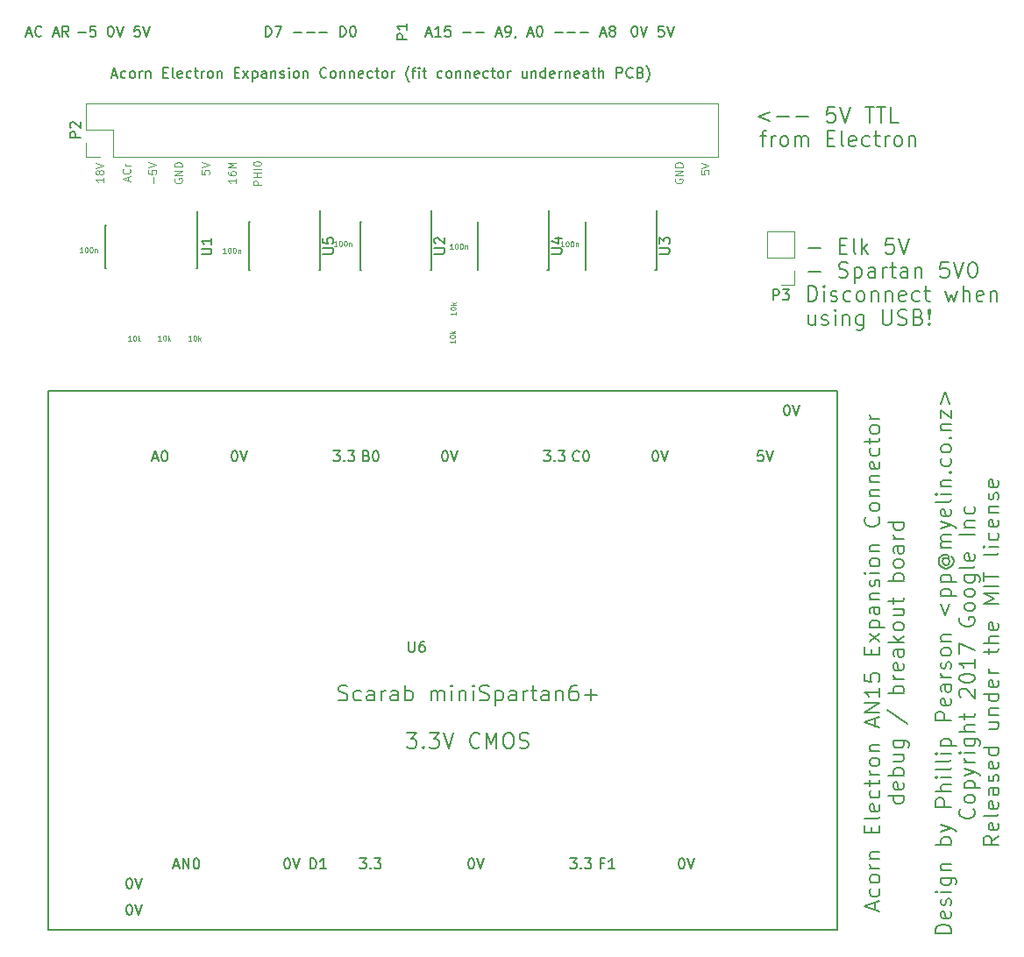
<source format=gto>
G04 #@! TF.FileFunction,Legend,Top*
%FSLAX46Y46*%
G04 Gerber Fmt 4.6, Leading zero omitted, Abs format (unit mm)*
G04 Created by KiCad (PCBNEW 4.0.1-stable) date Wednesday, March 22, 2017 'AMt' 02:40:51 AM*
%MOMM*%
G01*
G04 APERTURE LIST*
%ADD10C,0.100000*%
%ADD11C,0.200000*%
%ADD12C,0.150000*%
%ADD13C,0.120000*%
%ADD14C,0.109220*%
G04 APERTURE END LIST*
D10*
X167409286Y-68382857D02*
X167409286Y-68740000D01*
X167766429Y-68775714D01*
X167730714Y-68740000D01*
X167695000Y-68668571D01*
X167695000Y-68490000D01*
X167730714Y-68418571D01*
X167766429Y-68382857D01*
X167837857Y-68347142D01*
X168016429Y-68347142D01*
X168087857Y-68382857D01*
X168123571Y-68418571D01*
X168159286Y-68490000D01*
X168159286Y-68668571D01*
X168123571Y-68740000D01*
X168087857Y-68775714D01*
X167409286Y-68132856D02*
X168159286Y-67882856D01*
X167409286Y-67632856D01*
X164945000Y-69191428D02*
X164909286Y-69262857D01*
X164909286Y-69370000D01*
X164945000Y-69477143D01*
X165016429Y-69548571D01*
X165087857Y-69584286D01*
X165230714Y-69620000D01*
X165337857Y-69620000D01*
X165480714Y-69584286D01*
X165552143Y-69548571D01*
X165623571Y-69477143D01*
X165659286Y-69370000D01*
X165659286Y-69298571D01*
X165623571Y-69191428D01*
X165587857Y-69155714D01*
X165337857Y-69155714D01*
X165337857Y-69298571D01*
X165659286Y-68834286D02*
X164909286Y-68834286D01*
X165659286Y-68405714D01*
X164909286Y-68405714D01*
X165659286Y-68048572D02*
X164909286Y-68048572D01*
X164909286Y-67870000D01*
X164945000Y-67762857D01*
X165016429Y-67691429D01*
X165087857Y-67655714D01*
X165230714Y-67620000D01*
X165337857Y-67620000D01*
X165480714Y-67655714D01*
X165552143Y-67691429D01*
X165623571Y-67762857D01*
X165659286Y-67870000D01*
X165659286Y-68048572D01*
X119179286Y-68372857D02*
X119179286Y-68730000D01*
X119536429Y-68765714D01*
X119500714Y-68730000D01*
X119465000Y-68658571D01*
X119465000Y-68480000D01*
X119500714Y-68408571D01*
X119536429Y-68372857D01*
X119607857Y-68337142D01*
X119786429Y-68337142D01*
X119857857Y-68372857D01*
X119893571Y-68408571D01*
X119929286Y-68480000D01*
X119929286Y-68658571D01*
X119893571Y-68730000D01*
X119857857Y-68765714D01*
X119179286Y-68122856D02*
X119929286Y-67872856D01*
X119179286Y-67622856D01*
X116595000Y-69181428D02*
X116559286Y-69252857D01*
X116559286Y-69360000D01*
X116595000Y-69467143D01*
X116666429Y-69538571D01*
X116737857Y-69574286D01*
X116880714Y-69610000D01*
X116987857Y-69610000D01*
X117130714Y-69574286D01*
X117202143Y-69538571D01*
X117273571Y-69467143D01*
X117309286Y-69360000D01*
X117309286Y-69288571D01*
X117273571Y-69181428D01*
X117237857Y-69145714D01*
X116987857Y-69145714D01*
X116987857Y-69288571D01*
X117309286Y-68824286D02*
X116559286Y-68824286D01*
X117309286Y-68395714D01*
X116559286Y-68395714D01*
X117309286Y-68038572D02*
X116559286Y-68038572D01*
X116559286Y-67860000D01*
X116595000Y-67752857D01*
X116666429Y-67681429D01*
X116737857Y-67645714D01*
X116880714Y-67610000D01*
X116987857Y-67610000D01*
X117130714Y-67645714D01*
X117202143Y-67681429D01*
X117273571Y-67752857D01*
X117309286Y-67860000D01*
X117309286Y-68038572D01*
X114523571Y-69634286D02*
X114523571Y-69062857D01*
X114059286Y-68348572D02*
X114059286Y-68705715D01*
X114416429Y-68741429D01*
X114380714Y-68705715D01*
X114345000Y-68634286D01*
X114345000Y-68455715D01*
X114380714Y-68384286D01*
X114416429Y-68348572D01*
X114487857Y-68312857D01*
X114666429Y-68312857D01*
X114737857Y-68348572D01*
X114773571Y-68384286D01*
X114809286Y-68455715D01*
X114809286Y-68634286D01*
X114773571Y-68705715D01*
X114737857Y-68741429D01*
X114059286Y-68098571D02*
X114809286Y-67848571D01*
X114059286Y-67598571D01*
X112095000Y-69355714D02*
X112095000Y-68998571D01*
X112309286Y-69427142D02*
X111559286Y-69177142D01*
X112309286Y-68927142D01*
X112237857Y-68248571D02*
X112273571Y-68284285D01*
X112309286Y-68391428D01*
X112309286Y-68462857D01*
X112273571Y-68570000D01*
X112202143Y-68641428D01*
X112130714Y-68677143D01*
X111987857Y-68712857D01*
X111880714Y-68712857D01*
X111737857Y-68677143D01*
X111666429Y-68641428D01*
X111595000Y-68570000D01*
X111559286Y-68462857D01*
X111559286Y-68391428D01*
X111595000Y-68284285D01*
X111630714Y-68248571D01*
X112309286Y-67927143D02*
X111809286Y-67927143D01*
X111952143Y-67927143D02*
X111880714Y-67891428D01*
X111845000Y-67855714D01*
X111809286Y-67784285D01*
X111809286Y-67712857D01*
X109709286Y-69074285D02*
X109709286Y-69502857D01*
X109709286Y-69288571D02*
X108959286Y-69288571D01*
X109066429Y-69360000D01*
X109137857Y-69431428D01*
X109173571Y-69502857D01*
X109280714Y-68645714D02*
X109245000Y-68717142D01*
X109209286Y-68752857D01*
X109137857Y-68788571D01*
X109102143Y-68788571D01*
X109030714Y-68752857D01*
X108995000Y-68717142D01*
X108959286Y-68645714D01*
X108959286Y-68502857D01*
X108995000Y-68431428D01*
X109030714Y-68395714D01*
X109102143Y-68359999D01*
X109137857Y-68359999D01*
X109209286Y-68395714D01*
X109245000Y-68431428D01*
X109280714Y-68502857D01*
X109280714Y-68645714D01*
X109316429Y-68717142D01*
X109352143Y-68752857D01*
X109423571Y-68788571D01*
X109566429Y-68788571D01*
X109637857Y-68752857D01*
X109673571Y-68717142D01*
X109709286Y-68645714D01*
X109709286Y-68502857D01*
X109673571Y-68431428D01*
X109637857Y-68395714D01*
X109566429Y-68359999D01*
X109423571Y-68359999D01*
X109352143Y-68395714D01*
X109316429Y-68431428D01*
X109280714Y-68502857D01*
X108959286Y-68145713D02*
X109709286Y-67895713D01*
X108959286Y-67645713D01*
X124929286Y-69795000D02*
X124179286Y-69795000D01*
X124179286Y-69509285D01*
X124215000Y-69437857D01*
X124250714Y-69402142D01*
X124322143Y-69366428D01*
X124429286Y-69366428D01*
X124500714Y-69402142D01*
X124536429Y-69437857D01*
X124572143Y-69509285D01*
X124572143Y-69795000D01*
X124929286Y-69045000D02*
X124179286Y-69045000D01*
X124536429Y-69045000D02*
X124536429Y-68616428D01*
X124929286Y-68616428D02*
X124179286Y-68616428D01*
X124929286Y-68259286D02*
X124179286Y-68259286D01*
X124179286Y-67759285D02*
X124179286Y-67687857D01*
X124215000Y-67616428D01*
X124250714Y-67580714D01*
X124322143Y-67545000D01*
X124465000Y-67509285D01*
X124643571Y-67509285D01*
X124786429Y-67545000D01*
X124857857Y-67580714D01*
X124893571Y-67616428D01*
X124929286Y-67687857D01*
X124929286Y-67759285D01*
X124893571Y-67830714D01*
X124857857Y-67866428D01*
X124786429Y-67902143D01*
X124643571Y-67937857D01*
X124465000Y-67937857D01*
X124322143Y-67902143D01*
X124250714Y-67866428D01*
X124215000Y-67830714D01*
X124179286Y-67759285D01*
X122489286Y-69161428D02*
X122489286Y-69590000D01*
X122489286Y-69375714D02*
X121739286Y-69375714D01*
X121846429Y-69447143D01*
X121917857Y-69518571D01*
X121953571Y-69590000D01*
X121739286Y-68518571D02*
X121739286Y-68661428D01*
X121775000Y-68732857D01*
X121810714Y-68768571D01*
X121917857Y-68840000D01*
X122060714Y-68875714D01*
X122346429Y-68875714D01*
X122417857Y-68840000D01*
X122453571Y-68804285D01*
X122489286Y-68732857D01*
X122489286Y-68590000D01*
X122453571Y-68518571D01*
X122417857Y-68482857D01*
X122346429Y-68447142D01*
X122167857Y-68447142D01*
X122096429Y-68482857D01*
X122060714Y-68518571D01*
X122025000Y-68590000D01*
X122025000Y-68732857D01*
X122060714Y-68804285D01*
X122096429Y-68840000D01*
X122167857Y-68875714D01*
X122489286Y-68125714D02*
X121739286Y-68125714D01*
X122275000Y-67875714D01*
X121739286Y-67625714D01*
X122489286Y-67625714D01*
D11*
X184250000Y-139787142D02*
X184250000Y-139072856D01*
X184678571Y-139929999D02*
X183178571Y-139429999D01*
X184678571Y-138929999D01*
X184607143Y-137787142D02*
X184678571Y-137929999D01*
X184678571Y-138215713D01*
X184607143Y-138358571D01*
X184535714Y-138429999D01*
X184392857Y-138501428D01*
X183964286Y-138501428D01*
X183821429Y-138429999D01*
X183750000Y-138358571D01*
X183678571Y-138215713D01*
X183678571Y-137929999D01*
X183750000Y-137787142D01*
X184678571Y-136929999D02*
X184607143Y-137072857D01*
X184535714Y-137144285D01*
X184392857Y-137215714D01*
X183964286Y-137215714D01*
X183821429Y-137144285D01*
X183750000Y-137072857D01*
X183678571Y-136929999D01*
X183678571Y-136715714D01*
X183750000Y-136572857D01*
X183821429Y-136501428D01*
X183964286Y-136429999D01*
X184392857Y-136429999D01*
X184535714Y-136501428D01*
X184607143Y-136572857D01*
X184678571Y-136715714D01*
X184678571Y-136929999D01*
X184678571Y-135787142D02*
X183678571Y-135787142D01*
X183964286Y-135787142D02*
X183821429Y-135715714D01*
X183750000Y-135644285D01*
X183678571Y-135501428D01*
X183678571Y-135358571D01*
X183678571Y-134858571D02*
X184678571Y-134858571D01*
X183821429Y-134858571D02*
X183750000Y-134787143D01*
X183678571Y-134644285D01*
X183678571Y-134430000D01*
X183750000Y-134287143D01*
X183892857Y-134215714D01*
X184678571Y-134215714D01*
X183892857Y-132358571D02*
X183892857Y-131858571D01*
X184678571Y-131644285D02*
X184678571Y-132358571D01*
X183178571Y-132358571D01*
X183178571Y-131644285D01*
X184678571Y-130787142D02*
X184607143Y-130930000D01*
X184464286Y-131001428D01*
X183178571Y-131001428D01*
X184607143Y-129644286D02*
X184678571Y-129787143D01*
X184678571Y-130072857D01*
X184607143Y-130215714D01*
X184464286Y-130287143D01*
X183892857Y-130287143D01*
X183750000Y-130215714D01*
X183678571Y-130072857D01*
X183678571Y-129787143D01*
X183750000Y-129644286D01*
X183892857Y-129572857D01*
X184035714Y-129572857D01*
X184178571Y-130287143D01*
X184607143Y-128287143D02*
X184678571Y-128430000D01*
X184678571Y-128715714D01*
X184607143Y-128858572D01*
X184535714Y-128930000D01*
X184392857Y-129001429D01*
X183964286Y-129001429D01*
X183821429Y-128930000D01*
X183750000Y-128858572D01*
X183678571Y-128715714D01*
X183678571Y-128430000D01*
X183750000Y-128287143D01*
X183678571Y-127858572D02*
X183678571Y-127287143D01*
X183178571Y-127644286D02*
X184464286Y-127644286D01*
X184607143Y-127572858D01*
X184678571Y-127430000D01*
X184678571Y-127287143D01*
X184678571Y-126787143D02*
X183678571Y-126787143D01*
X183964286Y-126787143D02*
X183821429Y-126715715D01*
X183750000Y-126644286D01*
X183678571Y-126501429D01*
X183678571Y-126358572D01*
X184678571Y-125644286D02*
X184607143Y-125787144D01*
X184535714Y-125858572D01*
X184392857Y-125930001D01*
X183964286Y-125930001D01*
X183821429Y-125858572D01*
X183750000Y-125787144D01*
X183678571Y-125644286D01*
X183678571Y-125430001D01*
X183750000Y-125287144D01*
X183821429Y-125215715D01*
X183964286Y-125144286D01*
X184392857Y-125144286D01*
X184535714Y-125215715D01*
X184607143Y-125287144D01*
X184678571Y-125430001D01*
X184678571Y-125644286D01*
X183678571Y-124501429D02*
X184678571Y-124501429D01*
X183821429Y-124501429D02*
X183750000Y-124430001D01*
X183678571Y-124287143D01*
X183678571Y-124072858D01*
X183750000Y-123930001D01*
X183892857Y-123858572D01*
X184678571Y-123858572D01*
X184250000Y-122072858D02*
X184250000Y-121358572D01*
X184678571Y-122215715D02*
X183178571Y-121715715D01*
X184678571Y-121215715D01*
X184678571Y-120715715D02*
X183178571Y-120715715D01*
X184678571Y-119858572D01*
X183178571Y-119858572D01*
X184678571Y-118358572D02*
X184678571Y-119215715D01*
X184678571Y-118787143D02*
X183178571Y-118787143D01*
X183392857Y-118930000D01*
X183535714Y-119072858D01*
X183607143Y-119215715D01*
X183178571Y-117001429D02*
X183178571Y-117715715D01*
X183892857Y-117787144D01*
X183821429Y-117715715D01*
X183750000Y-117572858D01*
X183750000Y-117215715D01*
X183821429Y-117072858D01*
X183892857Y-117001429D01*
X184035714Y-116930001D01*
X184392857Y-116930001D01*
X184535714Y-117001429D01*
X184607143Y-117072858D01*
X184678571Y-117215715D01*
X184678571Y-117572858D01*
X184607143Y-117715715D01*
X184535714Y-117787144D01*
X183892857Y-115144287D02*
X183892857Y-114644287D01*
X184678571Y-114430001D02*
X184678571Y-115144287D01*
X183178571Y-115144287D01*
X183178571Y-114430001D01*
X184678571Y-113930001D02*
X183678571Y-113144287D01*
X183678571Y-113930001D02*
X184678571Y-113144287D01*
X183678571Y-112572858D02*
X185178571Y-112572858D01*
X183750000Y-112572858D02*
X183678571Y-112430001D01*
X183678571Y-112144287D01*
X183750000Y-112001430D01*
X183821429Y-111930001D01*
X183964286Y-111858572D01*
X184392857Y-111858572D01*
X184535714Y-111930001D01*
X184607143Y-112001430D01*
X184678571Y-112144287D01*
X184678571Y-112430001D01*
X184607143Y-112572858D01*
X184678571Y-110572858D02*
X183892857Y-110572858D01*
X183750000Y-110644287D01*
X183678571Y-110787144D01*
X183678571Y-111072858D01*
X183750000Y-111215715D01*
X184607143Y-110572858D02*
X184678571Y-110715715D01*
X184678571Y-111072858D01*
X184607143Y-111215715D01*
X184464286Y-111287144D01*
X184321429Y-111287144D01*
X184178571Y-111215715D01*
X184107143Y-111072858D01*
X184107143Y-110715715D01*
X184035714Y-110572858D01*
X183678571Y-109858572D02*
X184678571Y-109858572D01*
X183821429Y-109858572D02*
X183750000Y-109787144D01*
X183678571Y-109644286D01*
X183678571Y-109430001D01*
X183750000Y-109287144D01*
X183892857Y-109215715D01*
X184678571Y-109215715D01*
X184607143Y-108572858D02*
X184678571Y-108430001D01*
X184678571Y-108144286D01*
X184607143Y-108001429D01*
X184464286Y-107930001D01*
X184392857Y-107930001D01*
X184250000Y-108001429D01*
X184178571Y-108144286D01*
X184178571Y-108358572D01*
X184107143Y-108501429D01*
X183964286Y-108572858D01*
X183892857Y-108572858D01*
X183750000Y-108501429D01*
X183678571Y-108358572D01*
X183678571Y-108144286D01*
X183750000Y-108001429D01*
X184678571Y-107287143D02*
X183678571Y-107287143D01*
X183178571Y-107287143D02*
X183250000Y-107358572D01*
X183321429Y-107287143D01*
X183250000Y-107215715D01*
X183178571Y-107287143D01*
X183321429Y-107287143D01*
X184678571Y-106358571D02*
X184607143Y-106501429D01*
X184535714Y-106572857D01*
X184392857Y-106644286D01*
X183964286Y-106644286D01*
X183821429Y-106572857D01*
X183750000Y-106501429D01*
X183678571Y-106358571D01*
X183678571Y-106144286D01*
X183750000Y-106001429D01*
X183821429Y-105930000D01*
X183964286Y-105858571D01*
X184392857Y-105858571D01*
X184535714Y-105930000D01*
X184607143Y-106001429D01*
X184678571Y-106144286D01*
X184678571Y-106358571D01*
X183678571Y-105215714D02*
X184678571Y-105215714D01*
X183821429Y-105215714D02*
X183750000Y-105144286D01*
X183678571Y-105001428D01*
X183678571Y-104787143D01*
X183750000Y-104644286D01*
X183892857Y-104572857D01*
X184678571Y-104572857D01*
X184535714Y-101858571D02*
X184607143Y-101930000D01*
X184678571Y-102144286D01*
X184678571Y-102287143D01*
X184607143Y-102501428D01*
X184464286Y-102644286D01*
X184321429Y-102715714D01*
X184035714Y-102787143D01*
X183821429Y-102787143D01*
X183535714Y-102715714D01*
X183392857Y-102644286D01*
X183250000Y-102501428D01*
X183178571Y-102287143D01*
X183178571Y-102144286D01*
X183250000Y-101930000D01*
X183321429Y-101858571D01*
X184678571Y-101001428D02*
X184607143Y-101144286D01*
X184535714Y-101215714D01*
X184392857Y-101287143D01*
X183964286Y-101287143D01*
X183821429Y-101215714D01*
X183750000Y-101144286D01*
X183678571Y-101001428D01*
X183678571Y-100787143D01*
X183750000Y-100644286D01*
X183821429Y-100572857D01*
X183964286Y-100501428D01*
X184392857Y-100501428D01*
X184535714Y-100572857D01*
X184607143Y-100644286D01*
X184678571Y-100787143D01*
X184678571Y-101001428D01*
X183678571Y-99858571D02*
X184678571Y-99858571D01*
X183821429Y-99858571D02*
X183750000Y-99787143D01*
X183678571Y-99644285D01*
X183678571Y-99430000D01*
X183750000Y-99287143D01*
X183892857Y-99215714D01*
X184678571Y-99215714D01*
X183678571Y-98501428D02*
X184678571Y-98501428D01*
X183821429Y-98501428D02*
X183750000Y-98430000D01*
X183678571Y-98287142D01*
X183678571Y-98072857D01*
X183750000Y-97930000D01*
X183892857Y-97858571D01*
X184678571Y-97858571D01*
X184607143Y-96572857D02*
X184678571Y-96715714D01*
X184678571Y-97001428D01*
X184607143Y-97144285D01*
X184464286Y-97215714D01*
X183892857Y-97215714D01*
X183750000Y-97144285D01*
X183678571Y-97001428D01*
X183678571Y-96715714D01*
X183750000Y-96572857D01*
X183892857Y-96501428D01*
X184035714Y-96501428D01*
X184178571Y-97215714D01*
X184607143Y-95215714D02*
X184678571Y-95358571D01*
X184678571Y-95644285D01*
X184607143Y-95787143D01*
X184535714Y-95858571D01*
X184392857Y-95930000D01*
X183964286Y-95930000D01*
X183821429Y-95858571D01*
X183750000Y-95787143D01*
X183678571Y-95644285D01*
X183678571Y-95358571D01*
X183750000Y-95215714D01*
X183678571Y-94787143D02*
X183678571Y-94215714D01*
X183178571Y-94572857D02*
X184464286Y-94572857D01*
X184607143Y-94501429D01*
X184678571Y-94358571D01*
X184678571Y-94215714D01*
X184678571Y-93501428D02*
X184607143Y-93644286D01*
X184535714Y-93715714D01*
X184392857Y-93787143D01*
X183964286Y-93787143D01*
X183821429Y-93715714D01*
X183750000Y-93644286D01*
X183678571Y-93501428D01*
X183678571Y-93287143D01*
X183750000Y-93144286D01*
X183821429Y-93072857D01*
X183964286Y-93001428D01*
X184392857Y-93001428D01*
X184535714Y-93072857D01*
X184607143Y-93144286D01*
X184678571Y-93287143D01*
X184678571Y-93501428D01*
X184678571Y-92358571D02*
X183678571Y-92358571D01*
X183964286Y-92358571D02*
X183821429Y-92287143D01*
X183750000Y-92215714D01*
X183678571Y-92072857D01*
X183678571Y-91930000D01*
X186978571Y-128822857D02*
X185478571Y-128822857D01*
X186907143Y-128822857D02*
X186978571Y-128965714D01*
X186978571Y-129251428D01*
X186907143Y-129394286D01*
X186835714Y-129465714D01*
X186692857Y-129537143D01*
X186264286Y-129537143D01*
X186121429Y-129465714D01*
X186050000Y-129394286D01*
X185978571Y-129251428D01*
X185978571Y-128965714D01*
X186050000Y-128822857D01*
X186907143Y-127537143D02*
X186978571Y-127680000D01*
X186978571Y-127965714D01*
X186907143Y-128108571D01*
X186764286Y-128180000D01*
X186192857Y-128180000D01*
X186050000Y-128108571D01*
X185978571Y-127965714D01*
X185978571Y-127680000D01*
X186050000Y-127537143D01*
X186192857Y-127465714D01*
X186335714Y-127465714D01*
X186478571Y-128180000D01*
X186978571Y-126822857D02*
X185478571Y-126822857D01*
X186050000Y-126822857D02*
X185978571Y-126680000D01*
X185978571Y-126394286D01*
X186050000Y-126251429D01*
X186121429Y-126180000D01*
X186264286Y-126108571D01*
X186692857Y-126108571D01*
X186835714Y-126180000D01*
X186907143Y-126251429D01*
X186978571Y-126394286D01*
X186978571Y-126680000D01*
X186907143Y-126822857D01*
X185978571Y-124822857D02*
X186978571Y-124822857D01*
X185978571Y-125465714D02*
X186764286Y-125465714D01*
X186907143Y-125394286D01*
X186978571Y-125251428D01*
X186978571Y-125037143D01*
X186907143Y-124894286D01*
X186835714Y-124822857D01*
X185978571Y-123465714D02*
X187192857Y-123465714D01*
X187335714Y-123537143D01*
X187407143Y-123608571D01*
X187478571Y-123751428D01*
X187478571Y-123965714D01*
X187407143Y-124108571D01*
X186907143Y-123465714D02*
X186978571Y-123608571D01*
X186978571Y-123894285D01*
X186907143Y-124037143D01*
X186835714Y-124108571D01*
X186692857Y-124180000D01*
X186264286Y-124180000D01*
X186121429Y-124108571D01*
X186050000Y-124037143D01*
X185978571Y-123894285D01*
X185978571Y-123608571D01*
X186050000Y-123465714D01*
X185407143Y-120537143D02*
X187335714Y-121822857D01*
X186978571Y-118894285D02*
X185478571Y-118894285D01*
X186050000Y-118894285D02*
X185978571Y-118751428D01*
X185978571Y-118465714D01*
X186050000Y-118322857D01*
X186121429Y-118251428D01*
X186264286Y-118179999D01*
X186692857Y-118179999D01*
X186835714Y-118251428D01*
X186907143Y-118322857D01*
X186978571Y-118465714D01*
X186978571Y-118751428D01*
X186907143Y-118894285D01*
X186978571Y-117537142D02*
X185978571Y-117537142D01*
X186264286Y-117537142D02*
X186121429Y-117465714D01*
X186050000Y-117394285D01*
X185978571Y-117251428D01*
X185978571Y-117108571D01*
X186907143Y-116037143D02*
X186978571Y-116180000D01*
X186978571Y-116465714D01*
X186907143Y-116608571D01*
X186764286Y-116680000D01*
X186192857Y-116680000D01*
X186050000Y-116608571D01*
X185978571Y-116465714D01*
X185978571Y-116180000D01*
X186050000Y-116037143D01*
X186192857Y-115965714D01*
X186335714Y-115965714D01*
X186478571Y-116680000D01*
X186978571Y-114680000D02*
X186192857Y-114680000D01*
X186050000Y-114751429D01*
X185978571Y-114894286D01*
X185978571Y-115180000D01*
X186050000Y-115322857D01*
X186907143Y-114680000D02*
X186978571Y-114822857D01*
X186978571Y-115180000D01*
X186907143Y-115322857D01*
X186764286Y-115394286D01*
X186621429Y-115394286D01*
X186478571Y-115322857D01*
X186407143Y-115180000D01*
X186407143Y-114822857D01*
X186335714Y-114680000D01*
X186978571Y-113965714D02*
X185478571Y-113965714D01*
X186407143Y-113822857D02*
X186978571Y-113394286D01*
X185978571Y-113394286D02*
X186550000Y-113965714D01*
X186978571Y-112537142D02*
X186907143Y-112680000D01*
X186835714Y-112751428D01*
X186692857Y-112822857D01*
X186264286Y-112822857D01*
X186121429Y-112751428D01*
X186050000Y-112680000D01*
X185978571Y-112537142D01*
X185978571Y-112322857D01*
X186050000Y-112180000D01*
X186121429Y-112108571D01*
X186264286Y-112037142D01*
X186692857Y-112037142D01*
X186835714Y-112108571D01*
X186907143Y-112180000D01*
X186978571Y-112322857D01*
X186978571Y-112537142D01*
X185978571Y-110751428D02*
X186978571Y-110751428D01*
X185978571Y-111394285D02*
X186764286Y-111394285D01*
X186907143Y-111322857D01*
X186978571Y-111179999D01*
X186978571Y-110965714D01*
X186907143Y-110822857D01*
X186835714Y-110751428D01*
X185978571Y-110251428D02*
X185978571Y-109679999D01*
X185478571Y-110037142D02*
X186764286Y-110037142D01*
X186907143Y-109965714D01*
X186978571Y-109822856D01*
X186978571Y-109679999D01*
X186978571Y-108037142D02*
X185478571Y-108037142D01*
X186050000Y-108037142D02*
X185978571Y-107894285D01*
X185978571Y-107608571D01*
X186050000Y-107465714D01*
X186121429Y-107394285D01*
X186264286Y-107322856D01*
X186692857Y-107322856D01*
X186835714Y-107394285D01*
X186907143Y-107465714D01*
X186978571Y-107608571D01*
X186978571Y-107894285D01*
X186907143Y-108037142D01*
X186978571Y-106465713D02*
X186907143Y-106608571D01*
X186835714Y-106679999D01*
X186692857Y-106751428D01*
X186264286Y-106751428D01*
X186121429Y-106679999D01*
X186050000Y-106608571D01*
X185978571Y-106465713D01*
X185978571Y-106251428D01*
X186050000Y-106108571D01*
X186121429Y-106037142D01*
X186264286Y-105965713D01*
X186692857Y-105965713D01*
X186835714Y-106037142D01*
X186907143Y-106108571D01*
X186978571Y-106251428D01*
X186978571Y-106465713D01*
X186978571Y-104679999D02*
X186192857Y-104679999D01*
X186050000Y-104751428D01*
X185978571Y-104894285D01*
X185978571Y-105179999D01*
X186050000Y-105322856D01*
X186907143Y-104679999D02*
X186978571Y-104822856D01*
X186978571Y-105179999D01*
X186907143Y-105322856D01*
X186764286Y-105394285D01*
X186621429Y-105394285D01*
X186478571Y-105322856D01*
X186407143Y-105179999D01*
X186407143Y-104822856D01*
X186335714Y-104679999D01*
X186978571Y-103965713D02*
X185978571Y-103965713D01*
X186264286Y-103965713D02*
X186121429Y-103894285D01*
X186050000Y-103822856D01*
X185978571Y-103679999D01*
X185978571Y-103537142D01*
X186978571Y-102394285D02*
X185478571Y-102394285D01*
X186907143Y-102394285D02*
X186978571Y-102537142D01*
X186978571Y-102822856D01*
X186907143Y-102965714D01*
X186835714Y-103037142D01*
X186692857Y-103108571D01*
X186264286Y-103108571D01*
X186121429Y-103037142D01*
X186050000Y-102965714D01*
X185978571Y-102822856D01*
X185978571Y-102537142D01*
X186050000Y-102394285D01*
X191578571Y-142072857D02*
X190078571Y-142072857D01*
X190078571Y-141715714D01*
X190150000Y-141501429D01*
X190292857Y-141358571D01*
X190435714Y-141287143D01*
X190721429Y-141215714D01*
X190935714Y-141215714D01*
X191221429Y-141287143D01*
X191364286Y-141358571D01*
X191507143Y-141501429D01*
X191578571Y-141715714D01*
X191578571Y-142072857D01*
X191507143Y-140001429D02*
X191578571Y-140144286D01*
X191578571Y-140430000D01*
X191507143Y-140572857D01*
X191364286Y-140644286D01*
X190792857Y-140644286D01*
X190650000Y-140572857D01*
X190578571Y-140430000D01*
X190578571Y-140144286D01*
X190650000Y-140001429D01*
X190792857Y-139930000D01*
X190935714Y-139930000D01*
X191078571Y-140644286D01*
X191507143Y-139358572D02*
X191578571Y-139215715D01*
X191578571Y-138930000D01*
X191507143Y-138787143D01*
X191364286Y-138715715D01*
X191292857Y-138715715D01*
X191150000Y-138787143D01*
X191078571Y-138930000D01*
X191078571Y-139144286D01*
X191007143Y-139287143D01*
X190864286Y-139358572D01*
X190792857Y-139358572D01*
X190650000Y-139287143D01*
X190578571Y-139144286D01*
X190578571Y-138930000D01*
X190650000Y-138787143D01*
X191578571Y-138072857D02*
X190578571Y-138072857D01*
X190078571Y-138072857D02*
X190150000Y-138144286D01*
X190221429Y-138072857D01*
X190150000Y-138001429D01*
X190078571Y-138072857D01*
X190221429Y-138072857D01*
X190578571Y-136715714D02*
X191792857Y-136715714D01*
X191935714Y-136787143D01*
X192007143Y-136858571D01*
X192078571Y-137001428D01*
X192078571Y-137215714D01*
X192007143Y-137358571D01*
X191507143Y-136715714D02*
X191578571Y-136858571D01*
X191578571Y-137144285D01*
X191507143Y-137287143D01*
X191435714Y-137358571D01*
X191292857Y-137430000D01*
X190864286Y-137430000D01*
X190721429Y-137358571D01*
X190650000Y-137287143D01*
X190578571Y-137144285D01*
X190578571Y-136858571D01*
X190650000Y-136715714D01*
X190578571Y-136001428D02*
X191578571Y-136001428D01*
X190721429Y-136001428D02*
X190650000Y-135930000D01*
X190578571Y-135787142D01*
X190578571Y-135572857D01*
X190650000Y-135430000D01*
X190792857Y-135358571D01*
X191578571Y-135358571D01*
X191578571Y-133501428D02*
X190078571Y-133501428D01*
X190650000Y-133501428D02*
X190578571Y-133358571D01*
X190578571Y-133072857D01*
X190650000Y-132930000D01*
X190721429Y-132858571D01*
X190864286Y-132787142D01*
X191292857Y-132787142D01*
X191435714Y-132858571D01*
X191507143Y-132930000D01*
X191578571Y-133072857D01*
X191578571Y-133358571D01*
X191507143Y-133501428D01*
X190578571Y-132287142D02*
X191578571Y-131929999D01*
X190578571Y-131572857D02*
X191578571Y-131929999D01*
X191935714Y-132072857D01*
X192007143Y-132144285D01*
X192078571Y-132287142D01*
X191578571Y-129858571D02*
X190078571Y-129858571D01*
X190078571Y-129287143D01*
X190150000Y-129144285D01*
X190221429Y-129072857D01*
X190364286Y-129001428D01*
X190578571Y-129001428D01*
X190721429Y-129072857D01*
X190792857Y-129144285D01*
X190864286Y-129287143D01*
X190864286Y-129858571D01*
X191578571Y-128358571D02*
X190078571Y-128358571D01*
X191578571Y-127715714D02*
X190792857Y-127715714D01*
X190650000Y-127787143D01*
X190578571Y-127930000D01*
X190578571Y-128144285D01*
X190650000Y-128287143D01*
X190721429Y-128358571D01*
X191578571Y-127001428D02*
X190578571Y-127001428D01*
X190078571Y-127001428D02*
X190150000Y-127072857D01*
X190221429Y-127001428D01*
X190150000Y-126930000D01*
X190078571Y-127001428D01*
X190221429Y-127001428D01*
X191578571Y-126072856D02*
X191507143Y-126215714D01*
X191364286Y-126287142D01*
X190078571Y-126287142D01*
X191578571Y-125287142D02*
X191507143Y-125430000D01*
X191364286Y-125501428D01*
X190078571Y-125501428D01*
X191578571Y-124715714D02*
X190578571Y-124715714D01*
X190078571Y-124715714D02*
X190150000Y-124787143D01*
X190221429Y-124715714D01*
X190150000Y-124644286D01*
X190078571Y-124715714D01*
X190221429Y-124715714D01*
X190578571Y-124001428D02*
X192078571Y-124001428D01*
X190650000Y-124001428D02*
X190578571Y-123858571D01*
X190578571Y-123572857D01*
X190650000Y-123430000D01*
X190721429Y-123358571D01*
X190864286Y-123287142D01*
X191292857Y-123287142D01*
X191435714Y-123358571D01*
X191507143Y-123430000D01*
X191578571Y-123572857D01*
X191578571Y-123858571D01*
X191507143Y-124001428D01*
X191578571Y-121501428D02*
X190078571Y-121501428D01*
X190078571Y-120930000D01*
X190150000Y-120787142D01*
X190221429Y-120715714D01*
X190364286Y-120644285D01*
X190578571Y-120644285D01*
X190721429Y-120715714D01*
X190792857Y-120787142D01*
X190864286Y-120930000D01*
X190864286Y-121501428D01*
X191507143Y-119430000D02*
X191578571Y-119572857D01*
X191578571Y-119858571D01*
X191507143Y-120001428D01*
X191364286Y-120072857D01*
X190792857Y-120072857D01*
X190650000Y-120001428D01*
X190578571Y-119858571D01*
X190578571Y-119572857D01*
X190650000Y-119430000D01*
X190792857Y-119358571D01*
X190935714Y-119358571D01*
X191078571Y-120072857D01*
X191578571Y-118072857D02*
X190792857Y-118072857D01*
X190650000Y-118144286D01*
X190578571Y-118287143D01*
X190578571Y-118572857D01*
X190650000Y-118715714D01*
X191507143Y-118072857D02*
X191578571Y-118215714D01*
X191578571Y-118572857D01*
X191507143Y-118715714D01*
X191364286Y-118787143D01*
X191221429Y-118787143D01*
X191078571Y-118715714D01*
X191007143Y-118572857D01*
X191007143Y-118215714D01*
X190935714Y-118072857D01*
X191578571Y-117358571D02*
X190578571Y-117358571D01*
X190864286Y-117358571D02*
X190721429Y-117287143D01*
X190650000Y-117215714D01*
X190578571Y-117072857D01*
X190578571Y-116930000D01*
X191507143Y-116501429D02*
X191578571Y-116358572D01*
X191578571Y-116072857D01*
X191507143Y-115930000D01*
X191364286Y-115858572D01*
X191292857Y-115858572D01*
X191150000Y-115930000D01*
X191078571Y-116072857D01*
X191078571Y-116287143D01*
X191007143Y-116430000D01*
X190864286Y-116501429D01*
X190792857Y-116501429D01*
X190650000Y-116430000D01*
X190578571Y-116287143D01*
X190578571Y-116072857D01*
X190650000Y-115930000D01*
X191578571Y-115001428D02*
X191507143Y-115144286D01*
X191435714Y-115215714D01*
X191292857Y-115287143D01*
X190864286Y-115287143D01*
X190721429Y-115215714D01*
X190650000Y-115144286D01*
X190578571Y-115001428D01*
X190578571Y-114787143D01*
X190650000Y-114644286D01*
X190721429Y-114572857D01*
X190864286Y-114501428D01*
X191292857Y-114501428D01*
X191435714Y-114572857D01*
X191507143Y-114644286D01*
X191578571Y-114787143D01*
X191578571Y-115001428D01*
X190578571Y-113858571D02*
X191578571Y-113858571D01*
X190721429Y-113858571D02*
X190650000Y-113787143D01*
X190578571Y-113644285D01*
X190578571Y-113430000D01*
X190650000Y-113287143D01*
X190792857Y-113215714D01*
X191578571Y-113215714D01*
X190578571Y-110215714D02*
X191007143Y-111358571D01*
X191435714Y-110215714D01*
X190578571Y-109501428D02*
X192078571Y-109501428D01*
X190650000Y-109501428D02*
X190578571Y-109358571D01*
X190578571Y-109072857D01*
X190650000Y-108930000D01*
X190721429Y-108858571D01*
X190864286Y-108787142D01*
X191292857Y-108787142D01*
X191435714Y-108858571D01*
X191507143Y-108930000D01*
X191578571Y-109072857D01*
X191578571Y-109358571D01*
X191507143Y-109501428D01*
X190578571Y-108144285D02*
X192078571Y-108144285D01*
X190650000Y-108144285D02*
X190578571Y-108001428D01*
X190578571Y-107715714D01*
X190650000Y-107572857D01*
X190721429Y-107501428D01*
X190864286Y-107429999D01*
X191292857Y-107429999D01*
X191435714Y-107501428D01*
X191507143Y-107572857D01*
X191578571Y-107715714D01*
X191578571Y-108001428D01*
X191507143Y-108144285D01*
X190864286Y-105858571D02*
X190792857Y-105929999D01*
X190721429Y-106072856D01*
X190721429Y-106215714D01*
X190792857Y-106358571D01*
X190864286Y-106429999D01*
X191007143Y-106501428D01*
X191150000Y-106501428D01*
X191292857Y-106429999D01*
X191364286Y-106358571D01*
X191435714Y-106215714D01*
X191435714Y-106072856D01*
X191364286Y-105929999D01*
X191292857Y-105858571D01*
X190721429Y-105858571D02*
X191292857Y-105858571D01*
X191364286Y-105787142D01*
X191364286Y-105715714D01*
X191292857Y-105572856D01*
X191150000Y-105501428D01*
X190792857Y-105501428D01*
X190578571Y-105644285D01*
X190435714Y-105858571D01*
X190364286Y-106144285D01*
X190435714Y-106429999D01*
X190578571Y-106644285D01*
X190792857Y-106787142D01*
X191078571Y-106858571D01*
X191364286Y-106787142D01*
X191578571Y-106644285D01*
X191721429Y-106429999D01*
X191792857Y-106144285D01*
X191721429Y-105858571D01*
X191578571Y-105644285D01*
X191578571Y-104858571D02*
X190578571Y-104858571D01*
X190721429Y-104858571D02*
X190650000Y-104787143D01*
X190578571Y-104644285D01*
X190578571Y-104430000D01*
X190650000Y-104287143D01*
X190792857Y-104215714D01*
X191578571Y-104215714D01*
X190792857Y-104215714D02*
X190650000Y-104144285D01*
X190578571Y-104001428D01*
X190578571Y-103787143D01*
X190650000Y-103644285D01*
X190792857Y-103572857D01*
X191578571Y-103572857D01*
X190578571Y-103001428D02*
X191578571Y-102644285D01*
X190578571Y-102287143D02*
X191578571Y-102644285D01*
X191935714Y-102787143D01*
X192007143Y-102858571D01*
X192078571Y-103001428D01*
X191507143Y-101144286D02*
X191578571Y-101287143D01*
X191578571Y-101572857D01*
X191507143Y-101715714D01*
X191364286Y-101787143D01*
X190792857Y-101787143D01*
X190650000Y-101715714D01*
X190578571Y-101572857D01*
X190578571Y-101287143D01*
X190650000Y-101144286D01*
X190792857Y-101072857D01*
X190935714Y-101072857D01*
X191078571Y-101787143D01*
X191578571Y-100215714D02*
X191507143Y-100358572D01*
X191364286Y-100430000D01*
X190078571Y-100430000D01*
X191578571Y-99644286D02*
X190578571Y-99644286D01*
X190078571Y-99644286D02*
X190150000Y-99715715D01*
X190221429Y-99644286D01*
X190150000Y-99572858D01*
X190078571Y-99644286D01*
X190221429Y-99644286D01*
X190578571Y-98930000D02*
X191578571Y-98930000D01*
X190721429Y-98930000D02*
X190650000Y-98858572D01*
X190578571Y-98715714D01*
X190578571Y-98501429D01*
X190650000Y-98358572D01*
X190792857Y-98287143D01*
X191578571Y-98287143D01*
X191435714Y-97572857D02*
X191507143Y-97501429D01*
X191578571Y-97572857D01*
X191507143Y-97644286D01*
X191435714Y-97572857D01*
X191578571Y-97572857D01*
X191507143Y-96215714D02*
X191578571Y-96358571D01*
X191578571Y-96644285D01*
X191507143Y-96787143D01*
X191435714Y-96858571D01*
X191292857Y-96930000D01*
X190864286Y-96930000D01*
X190721429Y-96858571D01*
X190650000Y-96787143D01*
X190578571Y-96644285D01*
X190578571Y-96358571D01*
X190650000Y-96215714D01*
X191578571Y-95358571D02*
X191507143Y-95501429D01*
X191435714Y-95572857D01*
X191292857Y-95644286D01*
X190864286Y-95644286D01*
X190721429Y-95572857D01*
X190650000Y-95501429D01*
X190578571Y-95358571D01*
X190578571Y-95144286D01*
X190650000Y-95001429D01*
X190721429Y-94930000D01*
X190864286Y-94858571D01*
X191292857Y-94858571D01*
X191435714Y-94930000D01*
X191507143Y-95001429D01*
X191578571Y-95144286D01*
X191578571Y-95358571D01*
X191435714Y-94215714D02*
X191507143Y-94144286D01*
X191578571Y-94215714D01*
X191507143Y-94287143D01*
X191435714Y-94215714D01*
X191578571Y-94215714D01*
X190578571Y-93501428D02*
X191578571Y-93501428D01*
X190721429Y-93501428D02*
X190650000Y-93430000D01*
X190578571Y-93287142D01*
X190578571Y-93072857D01*
X190650000Y-92930000D01*
X190792857Y-92858571D01*
X191578571Y-92858571D01*
X190578571Y-92287142D02*
X190578571Y-91501428D01*
X191578571Y-92287142D01*
X191578571Y-91501428D01*
X190578571Y-90929999D02*
X191007143Y-89787142D01*
X191435714Y-90929999D01*
X193735714Y-130072856D02*
X193807143Y-130144285D01*
X193878571Y-130358571D01*
X193878571Y-130501428D01*
X193807143Y-130715713D01*
X193664286Y-130858571D01*
X193521429Y-130929999D01*
X193235714Y-131001428D01*
X193021429Y-131001428D01*
X192735714Y-130929999D01*
X192592857Y-130858571D01*
X192450000Y-130715713D01*
X192378571Y-130501428D01*
X192378571Y-130358571D01*
X192450000Y-130144285D01*
X192521429Y-130072856D01*
X193878571Y-129215713D02*
X193807143Y-129358571D01*
X193735714Y-129429999D01*
X193592857Y-129501428D01*
X193164286Y-129501428D01*
X193021429Y-129429999D01*
X192950000Y-129358571D01*
X192878571Y-129215713D01*
X192878571Y-129001428D01*
X192950000Y-128858571D01*
X193021429Y-128787142D01*
X193164286Y-128715713D01*
X193592857Y-128715713D01*
X193735714Y-128787142D01*
X193807143Y-128858571D01*
X193878571Y-129001428D01*
X193878571Y-129215713D01*
X192878571Y-128072856D02*
X194378571Y-128072856D01*
X192950000Y-128072856D02*
X192878571Y-127929999D01*
X192878571Y-127644285D01*
X192950000Y-127501428D01*
X193021429Y-127429999D01*
X193164286Y-127358570D01*
X193592857Y-127358570D01*
X193735714Y-127429999D01*
X193807143Y-127501428D01*
X193878571Y-127644285D01*
X193878571Y-127929999D01*
X193807143Y-128072856D01*
X192878571Y-126858570D02*
X193878571Y-126501427D01*
X192878571Y-126144285D02*
X193878571Y-126501427D01*
X194235714Y-126644285D01*
X194307143Y-126715713D01*
X194378571Y-126858570D01*
X193878571Y-125572856D02*
X192878571Y-125572856D01*
X193164286Y-125572856D02*
X193021429Y-125501428D01*
X192950000Y-125429999D01*
X192878571Y-125287142D01*
X192878571Y-125144285D01*
X193878571Y-124644285D02*
X192878571Y-124644285D01*
X192378571Y-124644285D02*
X192450000Y-124715714D01*
X192521429Y-124644285D01*
X192450000Y-124572857D01*
X192378571Y-124644285D01*
X192521429Y-124644285D01*
X192878571Y-123287142D02*
X194092857Y-123287142D01*
X194235714Y-123358571D01*
X194307143Y-123429999D01*
X194378571Y-123572856D01*
X194378571Y-123787142D01*
X194307143Y-123929999D01*
X193807143Y-123287142D02*
X193878571Y-123429999D01*
X193878571Y-123715713D01*
X193807143Y-123858571D01*
X193735714Y-123929999D01*
X193592857Y-124001428D01*
X193164286Y-124001428D01*
X193021429Y-123929999D01*
X192950000Y-123858571D01*
X192878571Y-123715713D01*
X192878571Y-123429999D01*
X192950000Y-123287142D01*
X193878571Y-122572856D02*
X192378571Y-122572856D01*
X193878571Y-121929999D02*
X193092857Y-121929999D01*
X192950000Y-122001428D01*
X192878571Y-122144285D01*
X192878571Y-122358570D01*
X192950000Y-122501428D01*
X193021429Y-122572856D01*
X192878571Y-121429999D02*
X192878571Y-120858570D01*
X192378571Y-121215713D02*
X193664286Y-121215713D01*
X193807143Y-121144285D01*
X193878571Y-121001427D01*
X193878571Y-120858570D01*
X192521429Y-119287142D02*
X192450000Y-119215713D01*
X192378571Y-119072856D01*
X192378571Y-118715713D01*
X192450000Y-118572856D01*
X192521429Y-118501427D01*
X192664286Y-118429999D01*
X192807143Y-118429999D01*
X193021429Y-118501427D01*
X193878571Y-119358570D01*
X193878571Y-118429999D01*
X192378571Y-117501428D02*
X192378571Y-117358571D01*
X192450000Y-117215714D01*
X192521429Y-117144285D01*
X192664286Y-117072856D01*
X192950000Y-117001428D01*
X193307143Y-117001428D01*
X193592857Y-117072856D01*
X193735714Y-117144285D01*
X193807143Y-117215714D01*
X193878571Y-117358571D01*
X193878571Y-117501428D01*
X193807143Y-117644285D01*
X193735714Y-117715714D01*
X193592857Y-117787142D01*
X193307143Y-117858571D01*
X192950000Y-117858571D01*
X192664286Y-117787142D01*
X192521429Y-117715714D01*
X192450000Y-117644285D01*
X192378571Y-117501428D01*
X193878571Y-115572857D02*
X193878571Y-116430000D01*
X193878571Y-116001428D02*
X192378571Y-116001428D01*
X192592857Y-116144285D01*
X192735714Y-116287143D01*
X192807143Y-116430000D01*
X192378571Y-115072857D02*
X192378571Y-114072857D01*
X193878571Y-114715714D01*
X192450000Y-111572858D02*
X192378571Y-111715715D01*
X192378571Y-111930001D01*
X192450000Y-112144286D01*
X192592857Y-112287144D01*
X192735714Y-112358572D01*
X193021429Y-112430001D01*
X193235714Y-112430001D01*
X193521429Y-112358572D01*
X193664286Y-112287144D01*
X193807143Y-112144286D01*
X193878571Y-111930001D01*
X193878571Y-111787144D01*
X193807143Y-111572858D01*
X193735714Y-111501429D01*
X193235714Y-111501429D01*
X193235714Y-111787144D01*
X193878571Y-110644286D02*
X193807143Y-110787144D01*
X193735714Y-110858572D01*
X193592857Y-110930001D01*
X193164286Y-110930001D01*
X193021429Y-110858572D01*
X192950000Y-110787144D01*
X192878571Y-110644286D01*
X192878571Y-110430001D01*
X192950000Y-110287144D01*
X193021429Y-110215715D01*
X193164286Y-110144286D01*
X193592857Y-110144286D01*
X193735714Y-110215715D01*
X193807143Y-110287144D01*
X193878571Y-110430001D01*
X193878571Y-110644286D01*
X193878571Y-109287143D02*
X193807143Y-109430001D01*
X193735714Y-109501429D01*
X193592857Y-109572858D01*
X193164286Y-109572858D01*
X193021429Y-109501429D01*
X192950000Y-109430001D01*
X192878571Y-109287143D01*
X192878571Y-109072858D01*
X192950000Y-108930001D01*
X193021429Y-108858572D01*
X193164286Y-108787143D01*
X193592857Y-108787143D01*
X193735714Y-108858572D01*
X193807143Y-108930001D01*
X193878571Y-109072858D01*
X193878571Y-109287143D01*
X192878571Y-107501429D02*
X194092857Y-107501429D01*
X194235714Y-107572858D01*
X194307143Y-107644286D01*
X194378571Y-107787143D01*
X194378571Y-108001429D01*
X194307143Y-108144286D01*
X193807143Y-107501429D02*
X193878571Y-107644286D01*
X193878571Y-107930000D01*
X193807143Y-108072858D01*
X193735714Y-108144286D01*
X193592857Y-108215715D01*
X193164286Y-108215715D01*
X193021429Y-108144286D01*
X192950000Y-108072858D01*
X192878571Y-107930000D01*
X192878571Y-107644286D01*
X192950000Y-107501429D01*
X193878571Y-106572857D02*
X193807143Y-106715715D01*
X193664286Y-106787143D01*
X192378571Y-106787143D01*
X193807143Y-105430001D02*
X193878571Y-105572858D01*
X193878571Y-105858572D01*
X193807143Y-106001429D01*
X193664286Y-106072858D01*
X193092857Y-106072858D01*
X192950000Y-106001429D01*
X192878571Y-105858572D01*
X192878571Y-105572858D01*
X192950000Y-105430001D01*
X193092857Y-105358572D01*
X193235714Y-105358572D01*
X193378571Y-106072858D01*
X193878571Y-103572858D02*
X192378571Y-103572858D01*
X192878571Y-102858572D02*
X193878571Y-102858572D01*
X193021429Y-102858572D02*
X192950000Y-102787144D01*
X192878571Y-102644286D01*
X192878571Y-102430001D01*
X192950000Y-102287144D01*
X193092857Y-102215715D01*
X193878571Y-102215715D01*
X193807143Y-100858572D02*
X193878571Y-101001429D01*
X193878571Y-101287143D01*
X193807143Y-101430001D01*
X193735714Y-101501429D01*
X193592857Y-101572858D01*
X193164286Y-101572858D01*
X193021429Y-101501429D01*
X192950000Y-101430001D01*
X192878571Y-101287143D01*
X192878571Y-101001429D01*
X192950000Y-100858572D01*
X196178571Y-132679999D02*
X195464286Y-133179999D01*
X196178571Y-133537142D02*
X194678571Y-133537142D01*
X194678571Y-132965714D01*
X194750000Y-132822856D01*
X194821429Y-132751428D01*
X194964286Y-132679999D01*
X195178571Y-132679999D01*
X195321429Y-132751428D01*
X195392857Y-132822856D01*
X195464286Y-132965714D01*
X195464286Y-133537142D01*
X196107143Y-131465714D02*
X196178571Y-131608571D01*
X196178571Y-131894285D01*
X196107143Y-132037142D01*
X195964286Y-132108571D01*
X195392857Y-132108571D01*
X195250000Y-132037142D01*
X195178571Y-131894285D01*
X195178571Y-131608571D01*
X195250000Y-131465714D01*
X195392857Y-131394285D01*
X195535714Y-131394285D01*
X195678571Y-132108571D01*
X196178571Y-130537142D02*
X196107143Y-130680000D01*
X195964286Y-130751428D01*
X194678571Y-130751428D01*
X196107143Y-129394286D02*
X196178571Y-129537143D01*
X196178571Y-129822857D01*
X196107143Y-129965714D01*
X195964286Y-130037143D01*
X195392857Y-130037143D01*
X195250000Y-129965714D01*
X195178571Y-129822857D01*
X195178571Y-129537143D01*
X195250000Y-129394286D01*
X195392857Y-129322857D01*
X195535714Y-129322857D01*
X195678571Y-130037143D01*
X196178571Y-128037143D02*
X195392857Y-128037143D01*
X195250000Y-128108572D01*
X195178571Y-128251429D01*
X195178571Y-128537143D01*
X195250000Y-128680000D01*
X196107143Y-128037143D02*
X196178571Y-128180000D01*
X196178571Y-128537143D01*
X196107143Y-128680000D01*
X195964286Y-128751429D01*
X195821429Y-128751429D01*
X195678571Y-128680000D01*
X195607143Y-128537143D01*
X195607143Y-128180000D01*
X195535714Y-128037143D01*
X196107143Y-127394286D02*
X196178571Y-127251429D01*
X196178571Y-126965714D01*
X196107143Y-126822857D01*
X195964286Y-126751429D01*
X195892857Y-126751429D01*
X195750000Y-126822857D01*
X195678571Y-126965714D01*
X195678571Y-127180000D01*
X195607143Y-127322857D01*
X195464286Y-127394286D01*
X195392857Y-127394286D01*
X195250000Y-127322857D01*
X195178571Y-127180000D01*
X195178571Y-126965714D01*
X195250000Y-126822857D01*
X196107143Y-125537143D02*
X196178571Y-125680000D01*
X196178571Y-125965714D01*
X196107143Y-126108571D01*
X195964286Y-126180000D01*
X195392857Y-126180000D01*
X195250000Y-126108571D01*
X195178571Y-125965714D01*
X195178571Y-125680000D01*
X195250000Y-125537143D01*
X195392857Y-125465714D01*
X195535714Y-125465714D01*
X195678571Y-126180000D01*
X196178571Y-124180000D02*
X194678571Y-124180000D01*
X196107143Y-124180000D02*
X196178571Y-124322857D01*
X196178571Y-124608571D01*
X196107143Y-124751429D01*
X196035714Y-124822857D01*
X195892857Y-124894286D01*
X195464286Y-124894286D01*
X195321429Y-124822857D01*
X195250000Y-124751429D01*
X195178571Y-124608571D01*
X195178571Y-124322857D01*
X195250000Y-124180000D01*
X195178571Y-121680000D02*
X196178571Y-121680000D01*
X195178571Y-122322857D02*
X195964286Y-122322857D01*
X196107143Y-122251429D01*
X196178571Y-122108571D01*
X196178571Y-121894286D01*
X196107143Y-121751429D01*
X196035714Y-121680000D01*
X195178571Y-120965714D02*
X196178571Y-120965714D01*
X195321429Y-120965714D02*
X195250000Y-120894286D01*
X195178571Y-120751428D01*
X195178571Y-120537143D01*
X195250000Y-120394286D01*
X195392857Y-120322857D01*
X196178571Y-120322857D01*
X196178571Y-118965714D02*
X194678571Y-118965714D01*
X196107143Y-118965714D02*
X196178571Y-119108571D01*
X196178571Y-119394285D01*
X196107143Y-119537143D01*
X196035714Y-119608571D01*
X195892857Y-119680000D01*
X195464286Y-119680000D01*
X195321429Y-119608571D01*
X195250000Y-119537143D01*
X195178571Y-119394285D01*
X195178571Y-119108571D01*
X195250000Y-118965714D01*
X196107143Y-117680000D02*
X196178571Y-117822857D01*
X196178571Y-118108571D01*
X196107143Y-118251428D01*
X195964286Y-118322857D01*
X195392857Y-118322857D01*
X195250000Y-118251428D01*
X195178571Y-118108571D01*
X195178571Y-117822857D01*
X195250000Y-117680000D01*
X195392857Y-117608571D01*
X195535714Y-117608571D01*
X195678571Y-118322857D01*
X196178571Y-116965714D02*
X195178571Y-116965714D01*
X195464286Y-116965714D02*
X195321429Y-116894286D01*
X195250000Y-116822857D01*
X195178571Y-116680000D01*
X195178571Y-116537143D01*
X195178571Y-115108572D02*
X195178571Y-114537143D01*
X194678571Y-114894286D02*
X195964286Y-114894286D01*
X196107143Y-114822858D01*
X196178571Y-114680000D01*
X196178571Y-114537143D01*
X196178571Y-114037143D02*
X194678571Y-114037143D01*
X196178571Y-113394286D02*
X195392857Y-113394286D01*
X195250000Y-113465715D01*
X195178571Y-113608572D01*
X195178571Y-113822857D01*
X195250000Y-113965715D01*
X195321429Y-114037143D01*
X196107143Y-112108572D02*
X196178571Y-112251429D01*
X196178571Y-112537143D01*
X196107143Y-112680000D01*
X195964286Y-112751429D01*
X195392857Y-112751429D01*
X195250000Y-112680000D01*
X195178571Y-112537143D01*
X195178571Y-112251429D01*
X195250000Y-112108572D01*
X195392857Y-112037143D01*
X195535714Y-112037143D01*
X195678571Y-112751429D01*
X196178571Y-110251429D02*
X194678571Y-110251429D01*
X195750000Y-109751429D01*
X194678571Y-109251429D01*
X196178571Y-109251429D01*
X196178571Y-108537143D02*
X194678571Y-108537143D01*
X194678571Y-108037143D02*
X194678571Y-107180000D01*
X196178571Y-107608571D02*
X194678571Y-107608571D01*
X196178571Y-105322857D02*
X196107143Y-105465715D01*
X195964286Y-105537143D01*
X194678571Y-105537143D01*
X196178571Y-104751429D02*
X195178571Y-104751429D01*
X194678571Y-104751429D02*
X194750000Y-104822858D01*
X194821429Y-104751429D01*
X194750000Y-104680001D01*
X194678571Y-104751429D01*
X194821429Y-104751429D01*
X196107143Y-103394286D02*
X196178571Y-103537143D01*
X196178571Y-103822857D01*
X196107143Y-103965715D01*
X196035714Y-104037143D01*
X195892857Y-104108572D01*
X195464286Y-104108572D01*
X195321429Y-104037143D01*
X195250000Y-103965715D01*
X195178571Y-103822857D01*
X195178571Y-103537143D01*
X195250000Y-103394286D01*
X196107143Y-102180001D02*
X196178571Y-102322858D01*
X196178571Y-102608572D01*
X196107143Y-102751429D01*
X195964286Y-102822858D01*
X195392857Y-102822858D01*
X195250000Y-102751429D01*
X195178571Y-102608572D01*
X195178571Y-102322858D01*
X195250000Y-102180001D01*
X195392857Y-102108572D01*
X195535714Y-102108572D01*
X195678571Y-102822858D01*
X195178571Y-101465715D02*
X196178571Y-101465715D01*
X195321429Y-101465715D02*
X195250000Y-101394287D01*
X195178571Y-101251429D01*
X195178571Y-101037144D01*
X195250000Y-100894287D01*
X195392857Y-100822858D01*
X196178571Y-100822858D01*
X196107143Y-100180001D02*
X196178571Y-100037144D01*
X196178571Y-99751429D01*
X196107143Y-99608572D01*
X195964286Y-99537144D01*
X195892857Y-99537144D01*
X195750000Y-99608572D01*
X195678571Y-99751429D01*
X195678571Y-99965715D01*
X195607143Y-100108572D01*
X195464286Y-100180001D01*
X195392857Y-100180001D01*
X195250000Y-100108572D01*
X195178571Y-99965715D01*
X195178571Y-99751429D01*
X195250000Y-99608572D01*
X196107143Y-98322858D02*
X196178571Y-98465715D01*
X196178571Y-98751429D01*
X196107143Y-98894286D01*
X195964286Y-98965715D01*
X195392857Y-98965715D01*
X195250000Y-98894286D01*
X195178571Y-98751429D01*
X195178571Y-98465715D01*
X195250000Y-98322858D01*
X195392857Y-98251429D01*
X195535714Y-98251429D01*
X195678571Y-98965715D01*
X177797143Y-75867143D02*
X178940000Y-75867143D01*
X180797143Y-75652857D02*
X181297143Y-75652857D01*
X181511429Y-76438571D02*
X180797143Y-76438571D01*
X180797143Y-74938571D01*
X181511429Y-74938571D01*
X182368572Y-76438571D02*
X182225714Y-76367143D01*
X182154286Y-76224286D01*
X182154286Y-74938571D01*
X182940000Y-76438571D02*
X182940000Y-74938571D01*
X183082857Y-75867143D02*
X183511428Y-76438571D01*
X183511428Y-75438571D02*
X182940000Y-76010000D01*
X186011429Y-74938571D02*
X185297143Y-74938571D01*
X185225714Y-75652857D01*
X185297143Y-75581429D01*
X185440000Y-75510000D01*
X185797143Y-75510000D01*
X185940000Y-75581429D01*
X186011429Y-75652857D01*
X186082857Y-75795714D01*
X186082857Y-76152857D01*
X186011429Y-76295714D01*
X185940000Y-76367143D01*
X185797143Y-76438571D01*
X185440000Y-76438571D01*
X185297143Y-76367143D01*
X185225714Y-76295714D01*
X186511428Y-74938571D02*
X187011428Y-76438571D01*
X187511428Y-74938571D01*
X177797143Y-78167143D02*
X178940000Y-78167143D01*
X180725714Y-78667143D02*
X180940000Y-78738571D01*
X181297143Y-78738571D01*
X181440000Y-78667143D01*
X181511429Y-78595714D01*
X181582857Y-78452857D01*
X181582857Y-78310000D01*
X181511429Y-78167143D01*
X181440000Y-78095714D01*
X181297143Y-78024286D01*
X181011429Y-77952857D01*
X180868571Y-77881429D01*
X180797143Y-77810000D01*
X180725714Y-77667143D01*
X180725714Y-77524286D01*
X180797143Y-77381429D01*
X180868571Y-77310000D01*
X181011429Y-77238571D01*
X181368571Y-77238571D01*
X181582857Y-77310000D01*
X182225714Y-77738571D02*
X182225714Y-79238571D01*
X182225714Y-77810000D02*
X182368571Y-77738571D01*
X182654285Y-77738571D01*
X182797142Y-77810000D01*
X182868571Y-77881429D01*
X182940000Y-78024286D01*
X182940000Y-78452857D01*
X182868571Y-78595714D01*
X182797142Y-78667143D01*
X182654285Y-78738571D01*
X182368571Y-78738571D01*
X182225714Y-78667143D01*
X184225714Y-78738571D02*
X184225714Y-77952857D01*
X184154285Y-77810000D01*
X184011428Y-77738571D01*
X183725714Y-77738571D01*
X183582857Y-77810000D01*
X184225714Y-78667143D02*
X184082857Y-78738571D01*
X183725714Y-78738571D01*
X183582857Y-78667143D01*
X183511428Y-78524286D01*
X183511428Y-78381429D01*
X183582857Y-78238571D01*
X183725714Y-78167143D01*
X184082857Y-78167143D01*
X184225714Y-78095714D01*
X184940000Y-78738571D02*
X184940000Y-77738571D01*
X184940000Y-78024286D02*
X185011428Y-77881429D01*
X185082857Y-77810000D01*
X185225714Y-77738571D01*
X185368571Y-77738571D01*
X185654285Y-77738571D02*
X186225714Y-77738571D01*
X185868571Y-77238571D02*
X185868571Y-78524286D01*
X185939999Y-78667143D01*
X186082857Y-78738571D01*
X186225714Y-78738571D01*
X187368571Y-78738571D02*
X187368571Y-77952857D01*
X187297142Y-77810000D01*
X187154285Y-77738571D01*
X186868571Y-77738571D01*
X186725714Y-77810000D01*
X187368571Y-78667143D02*
X187225714Y-78738571D01*
X186868571Y-78738571D01*
X186725714Y-78667143D01*
X186654285Y-78524286D01*
X186654285Y-78381429D01*
X186725714Y-78238571D01*
X186868571Y-78167143D01*
X187225714Y-78167143D01*
X187368571Y-78095714D01*
X188082857Y-77738571D02*
X188082857Y-78738571D01*
X188082857Y-77881429D02*
X188154285Y-77810000D01*
X188297143Y-77738571D01*
X188511428Y-77738571D01*
X188654285Y-77810000D01*
X188725714Y-77952857D01*
X188725714Y-78738571D01*
X191297143Y-77238571D02*
X190582857Y-77238571D01*
X190511428Y-77952857D01*
X190582857Y-77881429D01*
X190725714Y-77810000D01*
X191082857Y-77810000D01*
X191225714Y-77881429D01*
X191297143Y-77952857D01*
X191368571Y-78095714D01*
X191368571Y-78452857D01*
X191297143Y-78595714D01*
X191225714Y-78667143D01*
X191082857Y-78738571D01*
X190725714Y-78738571D01*
X190582857Y-78667143D01*
X190511428Y-78595714D01*
X191797142Y-77238571D02*
X192297142Y-78738571D01*
X192797142Y-77238571D01*
X193582856Y-77238571D02*
X193725713Y-77238571D01*
X193868570Y-77310000D01*
X193939999Y-77381429D01*
X194011428Y-77524286D01*
X194082856Y-77810000D01*
X194082856Y-78167143D01*
X194011428Y-78452857D01*
X193939999Y-78595714D01*
X193868570Y-78667143D01*
X193725713Y-78738571D01*
X193582856Y-78738571D01*
X193439999Y-78667143D01*
X193368570Y-78595714D01*
X193297142Y-78452857D01*
X193225713Y-78167143D01*
X193225713Y-77810000D01*
X193297142Y-77524286D01*
X193368570Y-77381429D01*
X193439999Y-77310000D01*
X193582856Y-77238571D01*
X177797143Y-81038571D02*
X177797143Y-79538571D01*
X178154286Y-79538571D01*
X178368571Y-79610000D01*
X178511429Y-79752857D01*
X178582857Y-79895714D01*
X178654286Y-80181429D01*
X178654286Y-80395714D01*
X178582857Y-80681429D01*
X178511429Y-80824286D01*
X178368571Y-80967143D01*
X178154286Y-81038571D01*
X177797143Y-81038571D01*
X179297143Y-81038571D02*
X179297143Y-80038571D01*
X179297143Y-79538571D02*
X179225714Y-79610000D01*
X179297143Y-79681429D01*
X179368571Y-79610000D01*
X179297143Y-79538571D01*
X179297143Y-79681429D01*
X179940000Y-80967143D02*
X180082857Y-81038571D01*
X180368572Y-81038571D01*
X180511429Y-80967143D01*
X180582857Y-80824286D01*
X180582857Y-80752857D01*
X180511429Y-80610000D01*
X180368572Y-80538571D01*
X180154286Y-80538571D01*
X180011429Y-80467143D01*
X179940000Y-80324286D01*
X179940000Y-80252857D01*
X180011429Y-80110000D01*
X180154286Y-80038571D01*
X180368572Y-80038571D01*
X180511429Y-80110000D01*
X181868572Y-80967143D02*
X181725715Y-81038571D01*
X181440001Y-81038571D01*
X181297143Y-80967143D01*
X181225715Y-80895714D01*
X181154286Y-80752857D01*
X181154286Y-80324286D01*
X181225715Y-80181429D01*
X181297143Y-80110000D01*
X181440001Y-80038571D01*
X181725715Y-80038571D01*
X181868572Y-80110000D01*
X182725715Y-81038571D02*
X182582857Y-80967143D01*
X182511429Y-80895714D01*
X182440000Y-80752857D01*
X182440000Y-80324286D01*
X182511429Y-80181429D01*
X182582857Y-80110000D01*
X182725715Y-80038571D01*
X182940000Y-80038571D01*
X183082857Y-80110000D01*
X183154286Y-80181429D01*
X183225715Y-80324286D01*
X183225715Y-80752857D01*
X183154286Y-80895714D01*
X183082857Y-80967143D01*
X182940000Y-81038571D01*
X182725715Y-81038571D01*
X183868572Y-80038571D02*
X183868572Y-81038571D01*
X183868572Y-80181429D02*
X183940000Y-80110000D01*
X184082858Y-80038571D01*
X184297143Y-80038571D01*
X184440000Y-80110000D01*
X184511429Y-80252857D01*
X184511429Y-81038571D01*
X185225715Y-80038571D02*
X185225715Y-81038571D01*
X185225715Y-80181429D02*
X185297143Y-80110000D01*
X185440001Y-80038571D01*
X185654286Y-80038571D01*
X185797143Y-80110000D01*
X185868572Y-80252857D01*
X185868572Y-81038571D01*
X187154286Y-80967143D02*
X187011429Y-81038571D01*
X186725715Y-81038571D01*
X186582858Y-80967143D01*
X186511429Y-80824286D01*
X186511429Y-80252857D01*
X186582858Y-80110000D01*
X186725715Y-80038571D01*
X187011429Y-80038571D01*
X187154286Y-80110000D01*
X187225715Y-80252857D01*
X187225715Y-80395714D01*
X186511429Y-80538571D01*
X188511429Y-80967143D02*
X188368572Y-81038571D01*
X188082858Y-81038571D01*
X187940000Y-80967143D01*
X187868572Y-80895714D01*
X187797143Y-80752857D01*
X187797143Y-80324286D01*
X187868572Y-80181429D01*
X187940000Y-80110000D01*
X188082858Y-80038571D01*
X188368572Y-80038571D01*
X188511429Y-80110000D01*
X188940000Y-80038571D02*
X189511429Y-80038571D01*
X189154286Y-79538571D02*
X189154286Y-80824286D01*
X189225714Y-80967143D01*
X189368572Y-81038571D01*
X189511429Y-81038571D01*
X191011429Y-80038571D02*
X191297143Y-81038571D01*
X191582857Y-80324286D01*
X191868572Y-81038571D01*
X192154286Y-80038571D01*
X192725715Y-81038571D02*
X192725715Y-79538571D01*
X193368572Y-81038571D02*
X193368572Y-80252857D01*
X193297143Y-80110000D01*
X193154286Y-80038571D01*
X192940001Y-80038571D01*
X192797143Y-80110000D01*
X192725715Y-80181429D01*
X194654286Y-80967143D02*
X194511429Y-81038571D01*
X194225715Y-81038571D01*
X194082858Y-80967143D01*
X194011429Y-80824286D01*
X194011429Y-80252857D01*
X194082858Y-80110000D01*
X194225715Y-80038571D01*
X194511429Y-80038571D01*
X194654286Y-80110000D01*
X194725715Y-80252857D01*
X194725715Y-80395714D01*
X194011429Y-80538571D01*
X195368572Y-80038571D02*
X195368572Y-81038571D01*
X195368572Y-80181429D02*
X195440000Y-80110000D01*
X195582858Y-80038571D01*
X195797143Y-80038571D01*
X195940000Y-80110000D01*
X196011429Y-80252857D01*
X196011429Y-81038571D01*
X178440000Y-82338571D02*
X178440000Y-83338571D01*
X177797143Y-82338571D02*
X177797143Y-83124286D01*
X177868571Y-83267143D01*
X178011429Y-83338571D01*
X178225714Y-83338571D01*
X178368571Y-83267143D01*
X178440000Y-83195714D01*
X179082857Y-83267143D02*
X179225714Y-83338571D01*
X179511429Y-83338571D01*
X179654286Y-83267143D01*
X179725714Y-83124286D01*
X179725714Y-83052857D01*
X179654286Y-82910000D01*
X179511429Y-82838571D01*
X179297143Y-82838571D01*
X179154286Y-82767143D01*
X179082857Y-82624286D01*
X179082857Y-82552857D01*
X179154286Y-82410000D01*
X179297143Y-82338571D01*
X179511429Y-82338571D01*
X179654286Y-82410000D01*
X180368572Y-83338571D02*
X180368572Y-82338571D01*
X180368572Y-81838571D02*
X180297143Y-81910000D01*
X180368572Y-81981429D01*
X180440000Y-81910000D01*
X180368572Y-81838571D01*
X180368572Y-81981429D01*
X181082858Y-82338571D02*
X181082858Y-83338571D01*
X181082858Y-82481429D02*
X181154286Y-82410000D01*
X181297144Y-82338571D01*
X181511429Y-82338571D01*
X181654286Y-82410000D01*
X181725715Y-82552857D01*
X181725715Y-83338571D01*
X183082858Y-82338571D02*
X183082858Y-83552857D01*
X183011429Y-83695714D01*
X182940001Y-83767143D01*
X182797144Y-83838571D01*
X182582858Y-83838571D01*
X182440001Y-83767143D01*
X183082858Y-83267143D02*
X182940001Y-83338571D01*
X182654287Y-83338571D01*
X182511429Y-83267143D01*
X182440001Y-83195714D01*
X182368572Y-83052857D01*
X182368572Y-82624286D01*
X182440001Y-82481429D01*
X182511429Y-82410000D01*
X182654287Y-82338571D01*
X182940001Y-82338571D01*
X183082858Y-82410000D01*
X184940001Y-81838571D02*
X184940001Y-83052857D01*
X185011429Y-83195714D01*
X185082858Y-83267143D01*
X185225715Y-83338571D01*
X185511429Y-83338571D01*
X185654287Y-83267143D01*
X185725715Y-83195714D01*
X185797144Y-83052857D01*
X185797144Y-81838571D01*
X186440001Y-83267143D02*
X186654287Y-83338571D01*
X187011430Y-83338571D01*
X187154287Y-83267143D01*
X187225716Y-83195714D01*
X187297144Y-83052857D01*
X187297144Y-82910000D01*
X187225716Y-82767143D01*
X187154287Y-82695714D01*
X187011430Y-82624286D01*
X186725716Y-82552857D01*
X186582858Y-82481429D01*
X186511430Y-82410000D01*
X186440001Y-82267143D01*
X186440001Y-82124286D01*
X186511430Y-81981429D01*
X186582858Y-81910000D01*
X186725716Y-81838571D01*
X187082858Y-81838571D01*
X187297144Y-81910000D01*
X188440001Y-82552857D02*
X188654287Y-82624286D01*
X188725715Y-82695714D01*
X188797144Y-82838571D01*
X188797144Y-83052857D01*
X188725715Y-83195714D01*
X188654287Y-83267143D01*
X188511429Y-83338571D01*
X187940001Y-83338571D01*
X187940001Y-81838571D01*
X188440001Y-81838571D01*
X188582858Y-81910000D01*
X188654287Y-81981429D01*
X188725715Y-82124286D01*
X188725715Y-82267143D01*
X188654287Y-82410000D01*
X188582858Y-82481429D01*
X188440001Y-82552857D01*
X187940001Y-82552857D01*
X189440001Y-83195714D02*
X189511429Y-83267143D01*
X189440001Y-83338571D01*
X189368572Y-83267143D01*
X189440001Y-83195714D01*
X189440001Y-83338571D01*
X189440001Y-82767143D02*
X189368572Y-81910000D01*
X189440001Y-81838571D01*
X189511429Y-81910000D01*
X189440001Y-82767143D01*
X189440001Y-81838571D01*
X174054286Y-62768571D02*
X172911429Y-63197143D01*
X174054286Y-63625714D01*
X174768572Y-63197143D02*
X175911429Y-63197143D01*
X176625715Y-63197143D02*
X177768572Y-63197143D01*
X180340001Y-62268571D02*
X179625715Y-62268571D01*
X179554286Y-62982857D01*
X179625715Y-62911429D01*
X179768572Y-62840000D01*
X180125715Y-62840000D01*
X180268572Y-62911429D01*
X180340001Y-62982857D01*
X180411429Y-63125714D01*
X180411429Y-63482857D01*
X180340001Y-63625714D01*
X180268572Y-63697143D01*
X180125715Y-63768571D01*
X179768572Y-63768571D01*
X179625715Y-63697143D01*
X179554286Y-63625714D01*
X180840000Y-62268571D02*
X181340000Y-63768571D01*
X181840000Y-62268571D01*
X183268571Y-62268571D02*
X184125714Y-62268571D01*
X183697143Y-63768571D02*
X183697143Y-62268571D01*
X184411428Y-62268571D02*
X185268571Y-62268571D01*
X184840000Y-63768571D02*
X184840000Y-62268571D01*
X186482857Y-63768571D02*
X185768571Y-63768571D01*
X185768571Y-62268571D01*
X173125715Y-65068571D02*
X173697144Y-65068571D01*
X173340001Y-66068571D02*
X173340001Y-64782857D01*
X173411429Y-64640000D01*
X173554287Y-64568571D01*
X173697144Y-64568571D01*
X174197144Y-66068571D02*
X174197144Y-65068571D01*
X174197144Y-65354286D02*
X174268572Y-65211429D01*
X174340001Y-65140000D01*
X174482858Y-65068571D01*
X174625715Y-65068571D01*
X175340001Y-66068571D02*
X175197143Y-65997143D01*
X175125715Y-65925714D01*
X175054286Y-65782857D01*
X175054286Y-65354286D01*
X175125715Y-65211429D01*
X175197143Y-65140000D01*
X175340001Y-65068571D01*
X175554286Y-65068571D01*
X175697143Y-65140000D01*
X175768572Y-65211429D01*
X175840001Y-65354286D01*
X175840001Y-65782857D01*
X175768572Y-65925714D01*
X175697143Y-65997143D01*
X175554286Y-66068571D01*
X175340001Y-66068571D01*
X176482858Y-66068571D02*
X176482858Y-65068571D01*
X176482858Y-65211429D02*
X176554286Y-65140000D01*
X176697144Y-65068571D01*
X176911429Y-65068571D01*
X177054286Y-65140000D01*
X177125715Y-65282857D01*
X177125715Y-66068571D01*
X177125715Y-65282857D02*
X177197144Y-65140000D01*
X177340001Y-65068571D01*
X177554286Y-65068571D01*
X177697144Y-65140000D01*
X177768572Y-65282857D01*
X177768572Y-66068571D01*
X179625715Y-65282857D02*
X180125715Y-65282857D01*
X180340001Y-66068571D02*
X179625715Y-66068571D01*
X179625715Y-64568571D01*
X180340001Y-64568571D01*
X181197144Y-66068571D02*
X181054286Y-65997143D01*
X180982858Y-65854286D01*
X180982858Y-64568571D01*
X182340000Y-65997143D02*
X182197143Y-66068571D01*
X181911429Y-66068571D01*
X181768572Y-65997143D01*
X181697143Y-65854286D01*
X181697143Y-65282857D01*
X181768572Y-65140000D01*
X181911429Y-65068571D01*
X182197143Y-65068571D01*
X182340000Y-65140000D01*
X182411429Y-65282857D01*
X182411429Y-65425714D01*
X181697143Y-65568571D01*
X183697143Y-65997143D02*
X183554286Y-66068571D01*
X183268572Y-66068571D01*
X183125714Y-65997143D01*
X183054286Y-65925714D01*
X182982857Y-65782857D01*
X182982857Y-65354286D01*
X183054286Y-65211429D01*
X183125714Y-65140000D01*
X183268572Y-65068571D01*
X183554286Y-65068571D01*
X183697143Y-65140000D01*
X184125714Y-65068571D02*
X184697143Y-65068571D01*
X184340000Y-64568571D02*
X184340000Y-65854286D01*
X184411428Y-65997143D01*
X184554286Y-66068571D01*
X184697143Y-66068571D01*
X185197143Y-66068571D02*
X185197143Y-65068571D01*
X185197143Y-65354286D02*
X185268571Y-65211429D01*
X185340000Y-65140000D01*
X185482857Y-65068571D01*
X185625714Y-65068571D01*
X186340000Y-66068571D02*
X186197142Y-65997143D01*
X186125714Y-65925714D01*
X186054285Y-65782857D01*
X186054285Y-65354286D01*
X186125714Y-65211429D01*
X186197142Y-65140000D01*
X186340000Y-65068571D01*
X186554285Y-65068571D01*
X186697142Y-65140000D01*
X186768571Y-65211429D01*
X186840000Y-65354286D01*
X186840000Y-65782857D01*
X186768571Y-65925714D01*
X186697142Y-65997143D01*
X186554285Y-66068571D01*
X186340000Y-66068571D01*
X187482857Y-65068571D02*
X187482857Y-66068571D01*
X187482857Y-65211429D02*
X187554285Y-65140000D01*
X187697143Y-65068571D01*
X187911428Y-65068571D01*
X188054285Y-65140000D01*
X188125714Y-65282857D01*
X188125714Y-66068571D01*
X132420000Y-119537143D02*
X132634286Y-119608571D01*
X132991429Y-119608571D01*
X133134286Y-119537143D01*
X133205715Y-119465714D01*
X133277143Y-119322857D01*
X133277143Y-119180000D01*
X133205715Y-119037143D01*
X133134286Y-118965714D01*
X132991429Y-118894286D01*
X132705715Y-118822857D01*
X132562857Y-118751429D01*
X132491429Y-118680000D01*
X132420000Y-118537143D01*
X132420000Y-118394286D01*
X132491429Y-118251429D01*
X132562857Y-118180000D01*
X132705715Y-118108571D01*
X133062857Y-118108571D01*
X133277143Y-118180000D01*
X134562857Y-119537143D02*
X134420000Y-119608571D01*
X134134286Y-119608571D01*
X133991428Y-119537143D01*
X133920000Y-119465714D01*
X133848571Y-119322857D01*
X133848571Y-118894286D01*
X133920000Y-118751429D01*
X133991428Y-118680000D01*
X134134286Y-118608571D01*
X134420000Y-118608571D01*
X134562857Y-118680000D01*
X135848571Y-119608571D02*
X135848571Y-118822857D01*
X135777142Y-118680000D01*
X135634285Y-118608571D01*
X135348571Y-118608571D01*
X135205714Y-118680000D01*
X135848571Y-119537143D02*
X135705714Y-119608571D01*
X135348571Y-119608571D01*
X135205714Y-119537143D01*
X135134285Y-119394286D01*
X135134285Y-119251429D01*
X135205714Y-119108571D01*
X135348571Y-119037143D01*
X135705714Y-119037143D01*
X135848571Y-118965714D01*
X136562857Y-119608571D02*
X136562857Y-118608571D01*
X136562857Y-118894286D02*
X136634285Y-118751429D01*
X136705714Y-118680000D01*
X136848571Y-118608571D01*
X136991428Y-118608571D01*
X138134285Y-119608571D02*
X138134285Y-118822857D01*
X138062856Y-118680000D01*
X137919999Y-118608571D01*
X137634285Y-118608571D01*
X137491428Y-118680000D01*
X138134285Y-119537143D02*
X137991428Y-119608571D01*
X137634285Y-119608571D01*
X137491428Y-119537143D01*
X137419999Y-119394286D01*
X137419999Y-119251429D01*
X137491428Y-119108571D01*
X137634285Y-119037143D01*
X137991428Y-119037143D01*
X138134285Y-118965714D01*
X138848571Y-119608571D02*
X138848571Y-118108571D01*
X138848571Y-118680000D02*
X138991428Y-118608571D01*
X139277142Y-118608571D01*
X139419999Y-118680000D01*
X139491428Y-118751429D01*
X139562857Y-118894286D01*
X139562857Y-119322857D01*
X139491428Y-119465714D01*
X139419999Y-119537143D01*
X139277142Y-119608571D01*
X138991428Y-119608571D01*
X138848571Y-119537143D01*
X141348571Y-119608571D02*
X141348571Y-118608571D01*
X141348571Y-118751429D02*
X141419999Y-118680000D01*
X141562857Y-118608571D01*
X141777142Y-118608571D01*
X141919999Y-118680000D01*
X141991428Y-118822857D01*
X141991428Y-119608571D01*
X141991428Y-118822857D02*
X142062857Y-118680000D01*
X142205714Y-118608571D01*
X142419999Y-118608571D01*
X142562857Y-118680000D01*
X142634285Y-118822857D01*
X142634285Y-119608571D01*
X143348571Y-119608571D02*
X143348571Y-118608571D01*
X143348571Y-118108571D02*
X143277142Y-118180000D01*
X143348571Y-118251429D01*
X143419999Y-118180000D01*
X143348571Y-118108571D01*
X143348571Y-118251429D01*
X144062857Y-118608571D02*
X144062857Y-119608571D01*
X144062857Y-118751429D02*
X144134285Y-118680000D01*
X144277143Y-118608571D01*
X144491428Y-118608571D01*
X144634285Y-118680000D01*
X144705714Y-118822857D01*
X144705714Y-119608571D01*
X145420000Y-119608571D02*
X145420000Y-118608571D01*
X145420000Y-118108571D02*
X145348571Y-118180000D01*
X145420000Y-118251429D01*
X145491428Y-118180000D01*
X145420000Y-118108571D01*
X145420000Y-118251429D01*
X146062857Y-119537143D02*
X146277143Y-119608571D01*
X146634286Y-119608571D01*
X146777143Y-119537143D01*
X146848572Y-119465714D01*
X146920000Y-119322857D01*
X146920000Y-119180000D01*
X146848572Y-119037143D01*
X146777143Y-118965714D01*
X146634286Y-118894286D01*
X146348572Y-118822857D01*
X146205714Y-118751429D01*
X146134286Y-118680000D01*
X146062857Y-118537143D01*
X146062857Y-118394286D01*
X146134286Y-118251429D01*
X146205714Y-118180000D01*
X146348572Y-118108571D01*
X146705714Y-118108571D01*
X146920000Y-118180000D01*
X147562857Y-118608571D02*
X147562857Y-120108571D01*
X147562857Y-118680000D02*
X147705714Y-118608571D01*
X147991428Y-118608571D01*
X148134285Y-118680000D01*
X148205714Y-118751429D01*
X148277143Y-118894286D01*
X148277143Y-119322857D01*
X148205714Y-119465714D01*
X148134285Y-119537143D01*
X147991428Y-119608571D01*
X147705714Y-119608571D01*
X147562857Y-119537143D01*
X149562857Y-119608571D02*
X149562857Y-118822857D01*
X149491428Y-118680000D01*
X149348571Y-118608571D01*
X149062857Y-118608571D01*
X148920000Y-118680000D01*
X149562857Y-119537143D02*
X149420000Y-119608571D01*
X149062857Y-119608571D01*
X148920000Y-119537143D01*
X148848571Y-119394286D01*
X148848571Y-119251429D01*
X148920000Y-119108571D01*
X149062857Y-119037143D01*
X149420000Y-119037143D01*
X149562857Y-118965714D01*
X150277143Y-119608571D02*
X150277143Y-118608571D01*
X150277143Y-118894286D02*
X150348571Y-118751429D01*
X150420000Y-118680000D01*
X150562857Y-118608571D01*
X150705714Y-118608571D01*
X150991428Y-118608571D02*
X151562857Y-118608571D01*
X151205714Y-118108571D02*
X151205714Y-119394286D01*
X151277142Y-119537143D01*
X151420000Y-119608571D01*
X151562857Y-119608571D01*
X152705714Y-119608571D02*
X152705714Y-118822857D01*
X152634285Y-118680000D01*
X152491428Y-118608571D01*
X152205714Y-118608571D01*
X152062857Y-118680000D01*
X152705714Y-119537143D02*
X152562857Y-119608571D01*
X152205714Y-119608571D01*
X152062857Y-119537143D01*
X151991428Y-119394286D01*
X151991428Y-119251429D01*
X152062857Y-119108571D01*
X152205714Y-119037143D01*
X152562857Y-119037143D01*
X152705714Y-118965714D01*
X153420000Y-118608571D02*
X153420000Y-119608571D01*
X153420000Y-118751429D02*
X153491428Y-118680000D01*
X153634286Y-118608571D01*
X153848571Y-118608571D01*
X153991428Y-118680000D01*
X154062857Y-118822857D01*
X154062857Y-119608571D01*
X155420000Y-118108571D02*
X155134286Y-118108571D01*
X154991429Y-118180000D01*
X154920000Y-118251429D01*
X154777143Y-118465714D01*
X154705714Y-118751429D01*
X154705714Y-119322857D01*
X154777143Y-119465714D01*
X154848571Y-119537143D01*
X154991429Y-119608571D01*
X155277143Y-119608571D01*
X155420000Y-119537143D01*
X155491429Y-119465714D01*
X155562857Y-119322857D01*
X155562857Y-118965714D01*
X155491429Y-118822857D01*
X155420000Y-118751429D01*
X155277143Y-118680000D01*
X154991429Y-118680000D01*
X154848571Y-118751429D01*
X154777143Y-118822857D01*
X154705714Y-118965714D01*
X156205714Y-119037143D02*
X157348571Y-119037143D01*
X156777142Y-119608571D02*
X156777142Y-118465714D01*
X139027144Y-122708571D02*
X139955715Y-122708571D01*
X139455715Y-123280000D01*
X139670001Y-123280000D01*
X139812858Y-123351429D01*
X139884287Y-123422857D01*
X139955715Y-123565714D01*
X139955715Y-123922857D01*
X139884287Y-124065714D01*
X139812858Y-124137143D01*
X139670001Y-124208571D01*
X139241429Y-124208571D01*
X139098572Y-124137143D01*
X139027144Y-124065714D01*
X140598572Y-124065714D02*
X140670000Y-124137143D01*
X140598572Y-124208571D01*
X140527143Y-124137143D01*
X140598572Y-124065714D01*
X140598572Y-124208571D01*
X141170001Y-122708571D02*
X142098572Y-122708571D01*
X141598572Y-123280000D01*
X141812858Y-123280000D01*
X141955715Y-123351429D01*
X142027144Y-123422857D01*
X142098572Y-123565714D01*
X142098572Y-123922857D01*
X142027144Y-124065714D01*
X141955715Y-124137143D01*
X141812858Y-124208571D01*
X141384286Y-124208571D01*
X141241429Y-124137143D01*
X141170001Y-124065714D01*
X142527143Y-122708571D02*
X143027143Y-124208571D01*
X143527143Y-122708571D01*
X146027143Y-124065714D02*
X145955714Y-124137143D01*
X145741428Y-124208571D01*
X145598571Y-124208571D01*
X145384286Y-124137143D01*
X145241428Y-123994286D01*
X145170000Y-123851429D01*
X145098571Y-123565714D01*
X145098571Y-123351429D01*
X145170000Y-123065714D01*
X145241428Y-122922857D01*
X145384286Y-122780000D01*
X145598571Y-122708571D01*
X145741428Y-122708571D01*
X145955714Y-122780000D01*
X146027143Y-122851429D01*
X146670000Y-124208571D02*
X146670000Y-122708571D01*
X147170000Y-123780000D01*
X147670000Y-122708571D01*
X147670000Y-124208571D01*
X148670000Y-122708571D02*
X148955714Y-122708571D01*
X149098572Y-122780000D01*
X149241429Y-122922857D01*
X149312857Y-123208571D01*
X149312857Y-123708571D01*
X149241429Y-123994286D01*
X149098572Y-124137143D01*
X148955714Y-124208571D01*
X148670000Y-124208571D01*
X148527143Y-124137143D01*
X148384286Y-123994286D01*
X148312857Y-123708571D01*
X148312857Y-123208571D01*
X148384286Y-122922857D01*
X148527143Y-122780000D01*
X148670000Y-122708571D01*
X149884286Y-124137143D02*
X150098572Y-124208571D01*
X150455715Y-124208571D01*
X150598572Y-124137143D01*
X150670001Y-124065714D01*
X150741429Y-123922857D01*
X150741429Y-123780000D01*
X150670001Y-123637143D01*
X150598572Y-123565714D01*
X150455715Y-123494286D01*
X150170001Y-123422857D01*
X150027143Y-123351429D01*
X149955715Y-123280000D01*
X149884286Y-123137143D01*
X149884286Y-122994286D01*
X149955715Y-122851429D01*
X150027143Y-122780000D01*
X150170001Y-122708571D01*
X150527143Y-122708571D01*
X150741429Y-122780000D01*
D12*
X118770000Y-73675000D02*
X118745000Y-73675000D01*
X118770000Y-77825000D02*
X118655000Y-77825000D01*
X109870000Y-77825000D02*
X109985000Y-77825000D01*
X109870000Y-73675000D02*
X109985000Y-73675000D01*
X118770000Y-73675000D02*
X118770000Y-77825000D01*
X109870000Y-73675000D02*
X109870000Y-77825000D01*
X118745000Y-73675000D02*
X118745000Y-72300000D01*
D13*
X110620000Y-67080000D02*
X169100000Y-67080000D01*
X169100000Y-67080000D02*
X169100000Y-61880000D01*
X169100000Y-61880000D02*
X108020000Y-61880000D01*
X108020000Y-61880000D02*
X108020000Y-64480000D01*
X108020000Y-64480000D02*
X110620000Y-64480000D01*
X110620000Y-64480000D02*
X110620000Y-67080000D01*
X109350000Y-67080000D02*
X108020000Y-67080000D01*
X108020000Y-67080000D02*
X108020000Y-65750000D01*
D12*
X141360000Y-77995000D02*
X141260000Y-77995000D01*
X134535000Y-77995000D02*
X134560000Y-77995000D01*
X134535000Y-73345000D02*
X134560000Y-73345000D01*
X141360000Y-72270000D02*
X141360000Y-77995000D01*
X134535000Y-73345000D02*
X134535000Y-77995000D01*
X163090000Y-77995000D02*
X162990000Y-77995000D01*
X156265000Y-77995000D02*
X156290000Y-77995000D01*
X156265000Y-73345000D02*
X156290000Y-73345000D01*
X163090000Y-72270000D02*
X163090000Y-77995000D01*
X156265000Y-73345000D02*
X156265000Y-77995000D01*
X152690000Y-77995000D02*
X152590000Y-77995000D01*
X145865000Y-77995000D02*
X145890000Y-77995000D01*
X145865000Y-73345000D02*
X145890000Y-73345000D01*
X152690000Y-72270000D02*
X152690000Y-77995000D01*
X145865000Y-73345000D02*
X145865000Y-77995000D01*
X130610000Y-77995000D02*
X130510000Y-77995000D01*
X123785000Y-77995000D02*
X123810000Y-77995000D01*
X123785000Y-73345000D02*
X123810000Y-73345000D01*
X130610000Y-72270000D02*
X130610000Y-77995000D01*
X123785000Y-73345000D02*
X123785000Y-77995000D01*
D13*
X176450000Y-76840000D02*
X176450000Y-74240000D01*
X176450000Y-74240000D02*
X173790000Y-74240000D01*
X173790000Y-74240000D02*
X173790000Y-76840000D01*
X173790000Y-76840000D02*
X176450000Y-76840000D01*
X176450000Y-78110000D02*
X176450000Y-79440000D01*
X176450000Y-79440000D02*
X175120000Y-79440000D01*
D12*
X104385000Y-89675000D02*
X180585000Y-89675000D01*
X180585000Y-141745000D02*
X104385000Y-141745000D01*
X180585000Y-89675000D02*
X180585000Y-141745000D01*
X104385000Y-141745000D02*
X104385000Y-89675000D01*
X119147381Y-76511905D02*
X119956905Y-76511905D01*
X120052143Y-76464286D01*
X120099762Y-76416667D01*
X120147381Y-76321429D01*
X120147381Y-76130952D01*
X120099762Y-76035714D01*
X120052143Y-75988095D01*
X119956905Y-75940476D01*
X119147381Y-75940476D01*
X120147381Y-74940476D02*
X120147381Y-75511905D01*
X120147381Y-75226191D02*
X119147381Y-75226191D01*
X119290238Y-75321429D01*
X119385476Y-75416667D01*
X119433095Y-75511905D01*
X107472381Y-65218095D02*
X106472381Y-65218095D01*
X106472381Y-64837142D01*
X106520000Y-64741904D01*
X106567619Y-64694285D01*
X106662857Y-64646666D01*
X106805714Y-64646666D01*
X106900952Y-64694285D01*
X106948571Y-64741904D01*
X106996190Y-64837142D01*
X106996190Y-65218095D01*
X106567619Y-64265714D02*
X106520000Y-64218095D01*
X106472381Y-64122857D01*
X106472381Y-63884761D01*
X106520000Y-63789523D01*
X106567619Y-63741904D01*
X106662857Y-63694285D01*
X106758095Y-63694285D01*
X106900952Y-63741904D01*
X107472381Y-64313333D01*
X107472381Y-63694285D01*
D14*
X118202155Y-84818862D02*
X117916223Y-84818862D01*
X118059189Y-84818862D02*
X118059189Y-84318482D01*
X118011534Y-84389965D01*
X117963879Y-84437620D01*
X117916223Y-84461448D01*
X118511914Y-84318482D02*
X118559569Y-84318482D01*
X118607224Y-84342310D01*
X118631052Y-84366138D01*
X118654879Y-84413793D01*
X118678707Y-84509103D01*
X118678707Y-84628241D01*
X118654879Y-84723552D01*
X118631052Y-84771207D01*
X118607224Y-84795035D01*
X118559569Y-84818862D01*
X118511914Y-84818862D01*
X118464258Y-84795035D01*
X118440431Y-84771207D01*
X118416603Y-84723552D01*
X118392775Y-84628241D01*
X118392775Y-84509103D01*
X118416603Y-84413793D01*
X118440431Y-84366138D01*
X118464258Y-84342310D01*
X118511914Y-84318482D01*
X118893155Y-84818862D02*
X118893155Y-84318482D01*
X118940810Y-84628241D02*
X119083776Y-84818862D01*
X119083776Y-84485276D02*
X118893155Y-84675897D01*
X115282155Y-84818862D02*
X114996223Y-84818862D01*
X115139189Y-84818862D02*
X115139189Y-84318482D01*
X115091534Y-84389965D01*
X115043879Y-84437620D01*
X114996223Y-84461448D01*
X115591914Y-84318482D02*
X115639569Y-84318482D01*
X115687224Y-84342310D01*
X115711052Y-84366138D01*
X115734879Y-84413793D01*
X115758707Y-84509103D01*
X115758707Y-84628241D01*
X115734879Y-84723552D01*
X115711052Y-84771207D01*
X115687224Y-84795035D01*
X115639569Y-84818862D01*
X115591914Y-84818862D01*
X115544258Y-84795035D01*
X115520431Y-84771207D01*
X115496603Y-84723552D01*
X115472775Y-84628241D01*
X115472775Y-84509103D01*
X115496603Y-84413793D01*
X115520431Y-84366138D01*
X115544258Y-84342310D01*
X115591914Y-84318482D01*
X115973155Y-84818862D02*
X115973155Y-84318482D01*
X116020810Y-84628241D02*
X116163776Y-84818862D01*
X116163776Y-84485276D02*
X115973155Y-84675897D01*
X112392155Y-84848862D02*
X112106223Y-84848862D01*
X112249189Y-84848862D02*
X112249189Y-84348482D01*
X112201534Y-84419965D01*
X112153879Y-84467620D01*
X112106223Y-84491448D01*
X112701914Y-84348482D02*
X112749569Y-84348482D01*
X112797224Y-84372310D01*
X112821052Y-84396138D01*
X112844879Y-84443793D01*
X112868707Y-84539103D01*
X112868707Y-84658241D01*
X112844879Y-84753552D01*
X112821052Y-84801207D01*
X112797224Y-84825035D01*
X112749569Y-84848862D01*
X112701914Y-84848862D01*
X112654258Y-84825035D01*
X112630431Y-84801207D01*
X112606603Y-84753552D01*
X112582775Y-84658241D01*
X112582775Y-84539103D01*
X112606603Y-84443793D01*
X112630431Y-84396138D01*
X112654258Y-84372310D01*
X112701914Y-84348482D01*
X113083155Y-84848862D02*
X113083155Y-84348482D01*
X113130810Y-84658241D02*
X113273776Y-84848862D01*
X113273776Y-84515276D02*
X113083155Y-84705897D01*
X143708862Y-82047845D02*
X143708862Y-82333777D01*
X143708862Y-82190811D02*
X143208482Y-82190811D01*
X143279965Y-82238466D01*
X143327620Y-82286121D01*
X143351448Y-82333777D01*
X143208482Y-81738086D02*
X143208482Y-81690431D01*
X143232310Y-81642776D01*
X143256138Y-81618948D01*
X143303793Y-81595121D01*
X143399103Y-81571293D01*
X143518241Y-81571293D01*
X143613552Y-81595121D01*
X143661207Y-81618948D01*
X143685035Y-81642776D01*
X143708862Y-81690431D01*
X143708862Y-81738086D01*
X143685035Y-81785742D01*
X143661207Y-81809569D01*
X143613552Y-81833397D01*
X143518241Y-81857225D01*
X143399103Y-81857225D01*
X143303793Y-81833397D01*
X143256138Y-81809569D01*
X143232310Y-81785742D01*
X143208482Y-81738086D01*
X143708862Y-81356845D02*
X143208482Y-81356845D01*
X143518241Y-81309190D02*
X143708862Y-81166224D01*
X143375276Y-81166224D02*
X143565897Y-81356845D01*
D12*
X139032381Y-55738095D02*
X138032381Y-55738095D01*
X138032381Y-55357142D01*
X138080000Y-55261904D01*
X138127619Y-55214285D01*
X138222857Y-55166666D01*
X138365714Y-55166666D01*
X138460952Y-55214285D01*
X138508571Y-55261904D01*
X138556190Y-55357142D01*
X138556190Y-55738095D01*
X139032381Y-54214285D02*
X139032381Y-54785714D01*
X139032381Y-54500000D02*
X138032381Y-54500000D01*
X138175238Y-54595238D01*
X138270476Y-54690476D01*
X138318095Y-54785714D01*
X110523804Y-59166667D02*
X110999995Y-59166667D01*
X110428566Y-59452381D02*
X110761899Y-58452381D01*
X111095233Y-59452381D01*
X111857138Y-59404762D02*
X111761900Y-59452381D01*
X111571423Y-59452381D01*
X111476185Y-59404762D01*
X111428566Y-59357143D01*
X111380947Y-59261905D01*
X111380947Y-58976190D01*
X111428566Y-58880952D01*
X111476185Y-58833333D01*
X111571423Y-58785714D01*
X111761900Y-58785714D01*
X111857138Y-58833333D01*
X112428566Y-59452381D02*
X112333328Y-59404762D01*
X112285709Y-59357143D01*
X112238090Y-59261905D01*
X112238090Y-58976190D01*
X112285709Y-58880952D01*
X112333328Y-58833333D01*
X112428566Y-58785714D01*
X112571424Y-58785714D01*
X112666662Y-58833333D01*
X112714281Y-58880952D01*
X112761900Y-58976190D01*
X112761900Y-59261905D01*
X112714281Y-59357143D01*
X112666662Y-59404762D01*
X112571424Y-59452381D01*
X112428566Y-59452381D01*
X113190471Y-59452381D02*
X113190471Y-58785714D01*
X113190471Y-58976190D02*
X113238090Y-58880952D01*
X113285709Y-58833333D01*
X113380947Y-58785714D01*
X113476186Y-58785714D01*
X113809519Y-58785714D02*
X113809519Y-59452381D01*
X113809519Y-58880952D02*
X113857138Y-58833333D01*
X113952376Y-58785714D01*
X114095234Y-58785714D01*
X114190472Y-58833333D01*
X114238091Y-58928571D01*
X114238091Y-59452381D01*
X115476186Y-58928571D02*
X115809520Y-58928571D01*
X115952377Y-59452381D02*
X115476186Y-59452381D01*
X115476186Y-58452381D01*
X115952377Y-58452381D01*
X116523805Y-59452381D02*
X116428567Y-59404762D01*
X116380948Y-59309524D01*
X116380948Y-58452381D01*
X117285711Y-59404762D02*
X117190473Y-59452381D01*
X116999996Y-59452381D01*
X116904758Y-59404762D01*
X116857139Y-59309524D01*
X116857139Y-58928571D01*
X116904758Y-58833333D01*
X116999996Y-58785714D01*
X117190473Y-58785714D01*
X117285711Y-58833333D01*
X117333330Y-58928571D01*
X117333330Y-59023810D01*
X116857139Y-59119048D01*
X118190473Y-59404762D02*
X118095235Y-59452381D01*
X117904758Y-59452381D01*
X117809520Y-59404762D01*
X117761901Y-59357143D01*
X117714282Y-59261905D01*
X117714282Y-58976190D01*
X117761901Y-58880952D01*
X117809520Y-58833333D01*
X117904758Y-58785714D01*
X118095235Y-58785714D01*
X118190473Y-58833333D01*
X118476187Y-58785714D02*
X118857139Y-58785714D01*
X118619044Y-58452381D02*
X118619044Y-59309524D01*
X118666663Y-59404762D01*
X118761901Y-59452381D01*
X118857139Y-59452381D01*
X119190473Y-59452381D02*
X119190473Y-58785714D01*
X119190473Y-58976190D02*
X119238092Y-58880952D01*
X119285711Y-58833333D01*
X119380949Y-58785714D01*
X119476188Y-58785714D01*
X119952378Y-59452381D02*
X119857140Y-59404762D01*
X119809521Y-59357143D01*
X119761902Y-59261905D01*
X119761902Y-58976190D01*
X119809521Y-58880952D01*
X119857140Y-58833333D01*
X119952378Y-58785714D01*
X120095236Y-58785714D01*
X120190474Y-58833333D01*
X120238093Y-58880952D01*
X120285712Y-58976190D01*
X120285712Y-59261905D01*
X120238093Y-59357143D01*
X120190474Y-59404762D01*
X120095236Y-59452381D01*
X119952378Y-59452381D01*
X120714283Y-58785714D02*
X120714283Y-59452381D01*
X120714283Y-58880952D02*
X120761902Y-58833333D01*
X120857140Y-58785714D01*
X120999998Y-58785714D01*
X121095236Y-58833333D01*
X121142855Y-58928571D01*
X121142855Y-59452381D01*
X122380950Y-58928571D02*
X122714284Y-58928571D01*
X122857141Y-59452381D02*
X122380950Y-59452381D01*
X122380950Y-58452381D01*
X122857141Y-58452381D01*
X123190474Y-59452381D02*
X123714284Y-58785714D01*
X123190474Y-58785714D02*
X123714284Y-59452381D01*
X124095236Y-58785714D02*
X124095236Y-59785714D01*
X124095236Y-58833333D02*
X124190474Y-58785714D01*
X124380951Y-58785714D01*
X124476189Y-58833333D01*
X124523808Y-58880952D01*
X124571427Y-58976190D01*
X124571427Y-59261905D01*
X124523808Y-59357143D01*
X124476189Y-59404762D01*
X124380951Y-59452381D01*
X124190474Y-59452381D01*
X124095236Y-59404762D01*
X125428570Y-59452381D02*
X125428570Y-58928571D01*
X125380951Y-58833333D01*
X125285713Y-58785714D01*
X125095236Y-58785714D01*
X124999998Y-58833333D01*
X125428570Y-59404762D02*
X125333332Y-59452381D01*
X125095236Y-59452381D01*
X124999998Y-59404762D01*
X124952379Y-59309524D01*
X124952379Y-59214286D01*
X124999998Y-59119048D01*
X125095236Y-59071429D01*
X125333332Y-59071429D01*
X125428570Y-59023810D01*
X125904760Y-58785714D02*
X125904760Y-59452381D01*
X125904760Y-58880952D02*
X125952379Y-58833333D01*
X126047617Y-58785714D01*
X126190475Y-58785714D01*
X126285713Y-58833333D01*
X126333332Y-58928571D01*
X126333332Y-59452381D01*
X126761903Y-59404762D02*
X126857141Y-59452381D01*
X127047617Y-59452381D01*
X127142856Y-59404762D01*
X127190475Y-59309524D01*
X127190475Y-59261905D01*
X127142856Y-59166667D01*
X127047617Y-59119048D01*
X126904760Y-59119048D01*
X126809522Y-59071429D01*
X126761903Y-58976190D01*
X126761903Y-58928571D01*
X126809522Y-58833333D01*
X126904760Y-58785714D01*
X127047617Y-58785714D01*
X127142856Y-58833333D01*
X127619046Y-59452381D02*
X127619046Y-58785714D01*
X127619046Y-58452381D02*
X127571427Y-58500000D01*
X127619046Y-58547619D01*
X127666665Y-58500000D01*
X127619046Y-58452381D01*
X127619046Y-58547619D01*
X128238093Y-59452381D02*
X128142855Y-59404762D01*
X128095236Y-59357143D01*
X128047617Y-59261905D01*
X128047617Y-58976190D01*
X128095236Y-58880952D01*
X128142855Y-58833333D01*
X128238093Y-58785714D01*
X128380951Y-58785714D01*
X128476189Y-58833333D01*
X128523808Y-58880952D01*
X128571427Y-58976190D01*
X128571427Y-59261905D01*
X128523808Y-59357143D01*
X128476189Y-59404762D01*
X128380951Y-59452381D01*
X128238093Y-59452381D01*
X128999998Y-58785714D02*
X128999998Y-59452381D01*
X128999998Y-58880952D02*
X129047617Y-58833333D01*
X129142855Y-58785714D01*
X129285713Y-58785714D01*
X129380951Y-58833333D01*
X129428570Y-58928571D01*
X129428570Y-59452381D01*
X131238094Y-59357143D02*
X131190475Y-59404762D01*
X131047618Y-59452381D01*
X130952380Y-59452381D01*
X130809522Y-59404762D01*
X130714284Y-59309524D01*
X130666665Y-59214286D01*
X130619046Y-59023810D01*
X130619046Y-58880952D01*
X130666665Y-58690476D01*
X130714284Y-58595238D01*
X130809522Y-58500000D01*
X130952380Y-58452381D01*
X131047618Y-58452381D01*
X131190475Y-58500000D01*
X131238094Y-58547619D01*
X131809522Y-59452381D02*
X131714284Y-59404762D01*
X131666665Y-59357143D01*
X131619046Y-59261905D01*
X131619046Y-58976190D01*
X131666665Y-58880952D01*
X131714284Y-58833333D01*
X131809522Y-58785714D01*
X131952380Y-58785714D01*
X132047618Y-58833333D01*
X132095237Y-58880952D01*
X132142856Y-58976190D01*
X132142856Y-59261905D01*
X132095237Y-59357143D01*
X132047618Y-59404762D01*
X131952380Y-59452381D01*
X131809522Y-59452381D01*
X132571427Y-58785714D02*
X132571427Y-59452381D01*
X132571427Y-58880952D02*
X132619046Y-58833333D01*
X132714284Y-58785714D01*
X132857142Y-58785714D01*
X132952380Y-58833333D01*
X132999999Y-58928571D01*
X132999999Y-59452381D01*
X133476189Y-58785714D02*
X133476189Y-59452381D01*
X133476189Y-58880952D02*
X133523808Y-58833333D01*
X133619046Y-58785714D01*
X133761904Y-58785714D01*
X133857142Y-58833333D01*
X133904761Y-58928571D01*
X133904761Y-59452381D01*
X134761904Y-59404762D02*
X134666666Y-59452381D01*
X134476189Y-59452381D01*
X134380951Y-59404762D01*
X134333332Y-59309524D01*
X134333332Y-58928571D01*
X134380951Y-58833333D01*
X134476189Y-58785714D01*
X134666666Y-58785714D01*
X134761904Y-58833333D01*
X134809523Y-58928571D01*
X134809523Y-59023810D01*
X134333332Y-59119048D01*
X135666666Y-59404762D02*
X135571428Y-59452381D01*
X135380951Y-59452381D01*
X135285713Y-59404762D01*
X135238094Y-59357143D01*
X135190475Y-59261905D01*
X135190475Y-58976190D01*
X135238094Y-58880952D01*
X135285713Y-58833333D01*
X135380951Y-58785714D01*
X135571428Y-58785714D01*
X135666666Y-58833333D01*
X135952380Y-58785714D02*
X136333332Y-58785714D01*
X136095237Y-58452381D02*
X136095237Y-59309524D01*
X136142856Y-59404762D01*
X136238094Y-59452381D01*
X136333332Y-59452381D01*
X136809523Y-59452381D02*
X136714285Y-59404762D01*
X136666666Y-59357143D01*
X136619047Y-59261905D01*
X136619047Y-58976190D01*
X136666666Y-58880952D01*
X136714285Y-58833333D01*
X136809523Y-58785714D01*
X136952381Y-58785714D01*
X137047619Y-58833333D01*
X137095238Y-58880952D01*
X137142857Y-58976190D01*
X137142857Y-59261905D01*
X137095238Y-59357143D01*
X137047619Y-59404762D01*
X136952381Y-59452381D01*
X136809523Y-59452381D01*
X137571428Y-59452381D02*
X137571428Y-58785714D01*
X137571428Y-58976190D02*
X137619047Y-58880952D01*
X137666666Y-58833333D01*
X137761904Y-58785714D01*
X137857143Y-58785714D01*
X139238096Y-59833333D02*
X139190476Y-59785714D01*
X139095238Y-59642857D01*
X139047619Y-59547619D01*
X139000000Y-59404762D01*
X138952381Y-59166667D01*
X138952381Y-58976190D01*
X139000000Y-58738095D01*
X139047619Y-58595238D01*
X139095238Y-58500000D01*
X139190476Y-58357143D01*
X139238096Y-58309524D01*
X139476191Y-58785714D02*
X139857143Y-58785714D01*
X139619048Y-59452381D02*
X139619048Y-58595238D01*
X139666667Y-58500000D01*
X139761905Y-58452381D01*
X139857143Y-58452381D01*
X140190477Y-59452381D02*
X140190477Y-58785714D01*
X140190477Y-58452381D02*
X140142858Y-58500000D01*
X140190477Y-58547619D01*
X140238096Y-58500000D01*
X140190477Y-58452381D01*
X140190477Y-58547619D01*
X140523810Y-58785714D02*
X140904762Y-58785714D01*
X140666667Y-58452381D02*
X140666667Y-59309524D01*
X140714286Y-59404762D01*
X140809524Y-59452381D01*
X140904762Y-59452381D01*
X142428573Y-59404762D02*
X142333335Y-59452381D01*
X142142858Y-59452381D01*
X142047620Y-59404762D01*
X142000001Y-59357143D01*
X141952382Y-59261905D01*
X141952382Y-58976190D01*
X142000001Y-58880952D01*
X142047620Y-58833333D01*
X142142858Y-58785714D01*
X142333335Y-58785714D01*
X142428573Y-58833333D01*
X143000001Y-59452381D02*
X142904763Y-59404762D01*
X142857144Y-59357143D01*
X142809525Y-59261905D01*
X142809525Y-58976190D01*
X142857144Y-58880952D01*
X142904763Y-58833333D01*
X143000001Y-58785714D01*
X143142859Y-58785714D01*
X143238097Y-58833333D01*
X143285716Y-58880952D01*
X143333335Y-58976190D01*
X143333335Y-59261905D01*
X143285716Y-59357143D01*
X143238097Y-59404762D01*
X143142859Y-59452381D01*
X143000001Y-59452381D01*
X143761906Y-58785714D02*
X143761906Y-59452381D01*
X143761906Y-58880952D02*
X143809525Y-58833333D01*
X143904763Y-58785714D01*
X144047621Y-58785714D01*
X144142859Y-58833333D01*
X144190478Y-58928571D01*
X144190478Y-59452381D01*
X144666668Y-58785714D02*
X144666668Y-59452381D01*
X144666668Y-58880952D02*
X144714287Y-58833333D01*
X144809525Y-58785714D01*
X144952383Y-58785714D01*
X145047621Y-58833333D01*
X145095240Y-58928571D01*
X145095240Y-59452381D01*
X145952383Y-59404762D02*
X145857145Y-59452381D01*
X145666668Y-59452381D01*
X145571430Y-59404762D01*
X145523811Y-59309524D01*
X145523811Y-58928571D01*
X145571430Y-58833333D01*
X145666668Y-58785714D01*
X145857145Y-58785714D01*
X145952383Y-58833333D01*
X146000002Y-58928571D01*
X146000002Y-59023810D01*
X145523811Y-59119048D01*
X146857145Y-59404762D02*
X146761907Y-59452381D01*
X146571430Y-59452381D01*
X146476192Y-59404762D01*
X146428573Y-59357143D01*
X146380954Y-59261905D01*
X146380954Y-58976190D01*
X146428573Y-58880952D01*
X146476192Y-58833333D01*
X146571430Y-58785714D01*
X146761907Y-58785714D01*
X146857145Y-58833333D01*
X147142859Y-58785714D02*
X147523811Y-58785714D01*
X147285716Y-58452381D02*
X147285716Y-59309524D01*
X147333335Y-59404762D01*
X147428573Y-59452381D01*
X147523811Y-59452381D01*
X148000002Y-59452381D02*
X147904764Y-59404762D01*
X147857145Y-59357143D01*
X147809526Y-59261905D01*
X147809526Y-58976190D01*
X147857145Y-58880952D01*
X147904764Y-58833333D01*
X148000002Y-58785714D01*
X148142860Y-58785714D01*
X148238098Y-58833333D01*
X148285717Y-58880952D01*
X148333336Y-58976190D01*
X148333336Y-59261905D01*
X148285717Y-59357143D01*
X148238098Y-59404762D01*
X148142860Y-59452381D01*
X148000002Y-59452381D01*
X148761907Y-59452381D02*
X148761907Y-58785714D01*
X148761907Y-58976190D02*
X148809526Y-58880952D01*
X148857145Y-58833333D01*
X148952383Y-58785714D01*
X149047622Y-58785714D01*
X150571432Y-58785714D02*
X150571432Y-59452381D01*
X150142860Y-58785714D02*
X150142860Y-59309524D01*
X150190479Y-59404762D01*
X150285717Y-59452381D01*
X150428575Y-59452381D01*
X150523813Y-59404762D01*
X150571432Y-59357143D01*
X151047622Y-58785714D02*
X151047622Y-59452381D01*
X151047622Y-58880952D02*
X151095241Y-58833333D01*
X151190479Y-58785714D01*
X151333337Y-58785714D01*
X151428575Y-58833333D01*
X151476194Y-58928571D01*
X151476194Y-59452381D01*
X152380956Y-59452381D02*
X152380956Y-58452381D01*
X152380956Y-59404762D02*
X152285718Y-59452381D01*
X152095241Y-59452381D01*
X152000003Y-59404762D01*
X151952384Y-59357143D01*
X151904765Y-59261905D01*
X151904765Y-58976190D01*
X151952384Y-58880952D01*
X152000003Y-58833333D01*
X152095241Y-58785714D01*
X152285718Y-58785714D01*
X152380956Y-58833333D01*
X153238099Y-59404762D02*
X153142861Y-59452381D01*
X152952384Y-59452381D01*
X152857146Y-59404762D01*
X152809527Y-59309524D01*
X152809527Y-58928571D01*
X152857146Y-58833333D01*
X152952384Y-58785714D01*
X153142861Y-58785714D01*
X153238099Y-58833333D01*
X153285718Y-58928571D01*
X153285718Y-59023810D01*
X152809527Y-59119048D01*
X153714289Y-59452381D02*
X153714289Y-58785714D01*
X153714289Y-58976190D02*
X153761908Y-58880952D01*
X153809527Y-58833333D01*
X153904765Y-58785714D01*
X154000004Y-58785714D01*
X154333337Y-58785714D02*
X154333337Y-59452381D01*
X154333337Y-58880952D02*
X154380956Y-58833333D01*
X154476194Y-58785714D01*
X154619052Y-58785714D01*
X154714290Y-58833333D01*
X154761909Y-58928571D01*
X154761909Y-59452381D01*
X155619052Y-59404762D02*
X155523814Y-59452381D01*
X155333337Y-59452381D01*
X155238099Y-59404762D01*
X155190480Y-59309524D01*
X155190480Y-58928571D01*
X155238099Y-58833333D01*
X155333337Y-58785714D01*
X155523814Y-58785714D01*
X155619052Y-58833333D01*
X155666671Y-58928571D01*
X155666671Y-59023810D01*
X155190480Y-59119048D01*
X156523814Y-59452381D02*
X156523814Y-58928571D01*
X156476195Y-58833333D01*
X156380957Y-58785714D01*
X156190480Y-58785714D01*
X156095242Y-58833333D01*
X156523814Y-59404762D02*
X156428576Y-59452381D01*
X156190480Y-59452381D01*
X156095242Y-59404762D01*
X156047623Y-59309524D01*
X156047623Y-59214286D01*
X156095242Y-59119048D01*
X156190480Y-59071429D01*
X156428576Y-59071429D01*
X156523814Y-59023810D01*
X156857147Y-58785714D02*
X157238099Y-58785714D01*
X157000004Y-58452381D02*
X157000004Y-59309524D01*
X157047623Y-59404762D01*
X157142861Y-59452381D01*
X157238099Y-59452381D01*
X157571433Y-59452381D02*
X157571433Y-58452381D01*
X158000005Y-59452381D02*
X158000005Y-58928571D01*
X157952386Y-58833333D01*
X157857148Y-58785714D01*
X157714290Y-58785714D01*
X157619052Y-58833333D01*
X157571433Y-58880952D01*
X159238100Y-59452381D02*
X159238100Y-58452381D01*
X159619053Y-58452381D01*
X159714291Y-58500000D01*
X159761910Y-58547619D01*
X159809529Y-58642857D01*
X159809529Y-58785714D01*
X159761910Y-58880952D01*
X159714291Y-58928571D01*
X159619053Y-58976190D01*
X159238100Y-58976190D01*
X160809529Y-59357143D02*
X160761910Y-59404762D01*
X160619053Y-59452381D01*
X160523815Y-59452381D01*
X160380957Y-59404762D01*
X160285719Y-59309524D01*
X160238100Y-59214286D01*
X160190481Y-59023810D01*
X160190481Y-58880952D01*
X160238100Y-58690476D01*
X160285719Y-58595238D01*
X160380957Y-58500000D01*
X160523815Y-58452381D01*
X160619053Y-58452381D01*
X160761910Y-58500000D01*
X160809529Y-58547619D01*
X161571434Y-58928571D02*
X161714291Y-58976190D01*
X161761910Y-59023810D01*
X161809529Y-59119048D01*
X161809529Y-59261905D01*
X161761910Y-59357143D01*
X161714291Y-59404762D01*
X161619053Y-59452381D01*
X161238100Y-59452381D01*
X161238100Y-58452381D01*
X161571434Y-58452381D01*
X161666672Y-58500000D01*
X161714291Y-58547619D01*
X161761910Y-58642857D01*
X161761910Y-58738095D01*
X161714291Y-58833333D01*
X161666672Y-58880952D01*
X161571434Y-58928571D01*
X161238100Y-58928571D01*
X162142862Y-59833333D02*
X162190481Y-59785714D01*
X162285719Y-59642857D01*
X162333338Y-59547619D01*
X162380957Y-59404762D01*
X162428576Y-59166667D01*
X162428576Y-58976190D01*
X162380957Y-58738095D01*
X162333338Y-58595238D01*
X162285719Y-58500000D01*
X162190481Y-58357143D01*
X162142862Y-58309524D01*
X140867143Y-55166667D02*
X141343334Y-55166667D01*
X140771905Y-55452381D02*
X141105238Y-54452381D01*
X141438572Y-55452381D01*
X142295715Y-55452381D02*
X141724286Y-55452381D01*
X142010000Y-55452381D02*
X142010000Y-54452381D01*
X141914762Y-54595238D01*
X141819524Y-54690476D01*
X141724286Y-54738095D01*
X143200477Y-54452381D02*
X142724286Y-54452381D01*
X142676667Y-54928571D01*
X142724286Y-54880952D01*
X142819524Y-54833333D01*
X143057620Y-54833333D01*
X143152858Y-54880952D01*
X143200477Y-54928571D01*
X143248096Y-55023810D01*
X143248096Y-55261905D01*
X143200477Y-55357143D01*
X143152858Y-55404762D01*
X143057620Y-55452381D01*
X142819524Y-55452381D01*
X142724286Y-55404762D01*
X142676667Y-55357143D01*
X144438572Y-55071429D02*
X145200477Y-55071429D01*
X145676667Y-55071429D02*
X146438572Y-55071429D01*
X147629048Y-55166667D02*
X148105239Y-55166667D01*
X147533810Y-55452381D02*
X147867143Y-54452381D01*
X148200477Y-55452381D01*
X148581429Y-55452381D02*
X148771905Y-55452381D01*
X148867144Y-55404762D01*
X148914763Y-55357143D01*
X149010001Y-55214286D01*
X149057620Y-55023810D01*
X149057620Y-54642857D01*
X149010001Y-54547619D01*
X148962382Y-54500000D01*
X148867144Y-54452381D01*
X148676667Y-54452381D01*
X148581429Y-54500000D01*
X148533810Y-54547619D01*
X148486191Y-54642857D01*
X148486191Y-54880952D01*
X148533810Y-54976190D01*
X148581429Y-55023810D01*
X148676667Y-55071429D01*
X148867144Y-55071429D01*
X148962382Y-55023810D01*
X149010001Y-54976190D01*
X149057620Y-54880952D01*
X149533810Y-55404762D02*
X149533810Y-55452381D01*
X149486191Y-55547619D01*
X149438572Y-55595238D01*
X150676667Y-55166667D02*
X151152858Y-55166667D01*
X150581429Y-55452381D02*
X150914762Y-54452381D01*
X151248096Y-55452381D01*
X151771905Y-54452381D02*
X151867144Y-54452381D01*
X151962382Y-54500000D01*
X152010001Y-54547619D01*
X152057620Y-54642857D01*
X152105239Y-54833333D01*
X152105239Y-55071429D01*
X152057620Y-55261905D01*
X152010001Y-55357143D01*
X151962382Y-55404762D01*
X151867144Y-55452381D01*
X151771905Y-55452381D01*
X151676667Y-55404762D01*
X151629048Y-55357143D01*
X151581429Y-55261905D01*
X151533810Y-55071429D01*
X151533810Y-54833333D01*
X151581429Y-54642857D01*
X151629048Y-54547619D01*
X151676667Y-54500000D01*
X151771905Y-54452381D01*
X153295715Y-55071429D02*
X154057620Y-55071429D01*
X154533810Y-55071429D02*
X155295715Y-55071429D01*
X155771905Y-55071429D02*
X156533810Y-55071429D01*
X157724286Y-55166667D02*
X158200477Y-55166667D01*
X157629048Y-55452381D02*
X157962381Y-54452381D01*
X158295715Y-55452381D01*
X158771905Y-54880952D02*
X158676667Y-54833333D01*
X158629048Y-54785714D01*
X158581429Y-54690476D01*
X158581429Y-54642857D01*
X158629048Y-54547619D01*
X158676667Y-54500000D01*
X158771905Y-54452381D01*
X158962382Y-54452381D01*
X159057620Y-54500000D01*
X159105239Y-54547619D01*
X159152858Y-54642857D01*
X159152858Y-54690476D01*
X159105239Y-54785714D01*
X159057620Y-54833333D01*
X158962382Y-54880952D01*
X158771905Y-54880952D01*
X158676667Y-54928571D01*
X158629048Y-54976190D01*
X158581429Y-55071429D01*
X158581429Y-55261905D01*
X158629048Y-55357143D01*
X158676667Y-55404762D01*
X158771905Y-55452381D01*
X158962382Y-55452381D01*
X159057620Y-55404762D01*
X159105239Y-55357143D01*
X159152858Y-55261905D01*
X159152858Y-55071429D01*
X159105239Y-54976190D01*
X159057620Y-54928571D01*
X158962382Y-54880952D01*
X125356667Y-55452381D02*
X125356667Y-54452381D01*
X125594762Y-54452381D01*
X125737620Y-54500000D01*
X125832858Y-54595238D01*
X125880477Y-54690476D01*
X125928096Y-54880952D01*
X125928096Y-55023810D01*
X125880477Y-55214286D01*
X125832858Y-55309524D01*
X125737620Y-55404762D01*
X125594762Y-55452381D01*
X125356667Y-55452381D01*
X126261429Y-54452381D02*
X126928096Y-54452381D01*
X126499524Y-55452381D01*
X128070953Y-55071429D02*
X128832858Y-55071429D01*
X129309048Y-55071429D02*
X130070953Y-55071429D01*
X130547143Y-55071429D02*
X131309048Y-55071429D01*
X132547143Y-55452381D02*
X132547143Y-54452381D01*
X132785238Y-54452381D01*
X132928096Y-54500000D01*
X133023334Y-54595238D01*
X133070953Y-54690476D01*
X133118572Y-54880952D01*
X133118572Y-55023810D01*
X133070953Y-55214286D01*
X133023334Y-55309524D01*
X132928096Y-55404762D01*
X132785238Y-55452381D01*
X132547143Y-55452381D01*
X133737619Y-54452381D02*
X133832858Y-54452381D01*
X133928096Y-54500000D01*
X133975715Y-54547619D01*
X134023334Y-54642857D01*
X134070953Y-54833333D01*
X134070953Y-55071429D01*
X134023334Y-55261905D01*
X133975715Y-55357143D01*
X133928096Y-55404762D01*
X133832858Y-55452381D01*
X133737619Y-55452381D01*
X133642381Y-55404762D01*
X133594762Y-55357143D01*
X133547143Y-55261905D01*
X133499524Y-55071429D01*
X133499524Y-54833333D01*
X133547143Y-54642857D01*
X133594762Y-54547619D01*
X133642381Y-54500000D01*
X133737619Y-54452381D01*
X107211428Y-55071429D02*
X107973333Y-55071429D01*
X108925714Y-54452381D02*
X108449523Y-54452381D01*
X108401904Y-54928571D01*
X108449523Y-54880952D01*
X108544761Y-54833333D01*
X108782857Y-54833333D01*
X108878095Y-54880952D01*
X108925714Y-54928571D01*
X108973333Y-55023810D01*
X108973333Y-55261905D01*
X108925714Y-55357143D01*
X108878095Y-55404762D01*
X108782857Y-55452381D01*
X108544761Y-55452381D01*
X108449523Y-55404762D01*
X108401904Y-55357143D01*
X110354285Y-54452381D02*
X110449524Y-54452381D01*
X110544762Y-54500000D01*
X110592381Y-54547619D01*
X110640000Y-54642857D01*
X110687619Y-54833333D01*
X110687619Y-55071429D01*
X110640000Y-55261905D01*
X110592381Y-55357143D01*
X110544762Y-55404762D01*
X110449524Y-55452381D01*
X110354285Y-55452381D01*
X110259047Y-55404762D01*
X110211428Y-55357143D01*
X110163809Y-55261905D01*
X110116190Y-55071429D01*
X110116190Y-54833333D01*
X110163809Y-54642857D01*
X110211428Y-54547619D01*
X110259047Y-54500000D01*
X110354285Y-54452381D01*
X110973333Y-54452381D02*
X111306666Y-55452381D01*
X111640000Y-54452381D01*
X113211429Y-54452381D02*
X112735238Y-54452381D01*
X112687619Y-54928571D01*
X112735238Y-54880952D01*
X112830476Y-54833333D01*
X113068572Y-54833333D01*
X113163810Y-54880952D01*
X113211429Y-54928571D01*
X113259048Y-55023810D01*
X113259048Y-55261905D01*
X113211429Y-55357143D01*
X113163810Y-55404762D01*
X113068572Y-55452381D01*
X112830476Y-55452381D01*
X112735238Y-55404762D01*
X112687619Y-55357143D01*
X113544762Y-54452381D02*
X113878095Y-55452381D01*
X114211429Y-54452381D01*
X102242381Y-55166667D02*
X102718572Y-55166667D01*
X102147143Y-55452381D02*
X102480476Y-54452381D01*
X102813810Y-55452381D01*
X103718572Y-55357143D02*
X103670953Y-55404762D01*
X103528096Y-55452381D01*
X103432858Y-55452381D01*
X103290000Y-55404762D01*
X103194762Y-55309524D01*
X103147143Y-55214286D01*
X103099524Y-55023810D01*
X103099524Y-54880952D01*
X103147143Y-54690476D01*
X103194762Y-54595238D01*
X103290000Y-54500000D01*
X103432858Y-54452381D01*
X103528096Y-54452381D01*
X103670953Y-54500000D01*
X103718572Y-54547619D01*
X104861429Y-55166667D02*
X105337620Y-55166667D01*
X104766191Y-55452381D02*
X105099524Y-54452381D01*
X105432858Y-55452381D01*
X106337620Y-55452381D02*
X106004286Y-54976190D01*
X105766191Y-55452381D02*
X105766191Y-54452381D01*
X106147144Y-54452381D01*
X106242382Y-54500000D01*
X106290001Y-54547619D01*
X106337620Y-54642857D01*
X106337620Y-54785714D01*
X106290001Y-54880952D01*
X106242382Y-54928571D01*
X106147144Y-54976190D01*
X105766191Y-54976190D01*
X160948095Y-54452381D02*
X161043334Y-54452381D01*
X161138572Y-54500000D01*
X161186191Y-54547619D01*
X161233810Y-54642857D01*
X161281429Y-54833333D01*
X161281429Y-55071429D01*
X161233810Y-55261905D01*
X161186191Y-55357143D01*
X161138572Y-55404762D01*
X161043334Y-55452381D01*
X160948095Y-55452381D01*
X160852857Y-55404762D01*
X160805238Y-55357143D01*
X160757619Y-55261905D01*
X160710000Y-55071429D01*
X160710000Y-54833333D01*
X160757619Y-54642857D01*
X160805238Y-54547619D01*
X160852857Y-54500000D01*
X160948095Y-54452381D01*
X161567143Y-54452381D02*
X161900476Y-55452381D01*
X162233810Y-54452381D01*
X163805239Y-54452381D02*
X163329048Y-54452381D01*
X163281429Y-54928571D01*
X163329048Y-54880952D01*
X163424286Y-54833333D01*
X163662382Y-54833333D01*
X163757620Y-54880952D01*
X163805239Y-54928571D01*
X163852858Y-55023810D01*
X163852858Y-55261905D01*
X163805239Y-55357143D01*
X163757620Y-55404762D01*
X163662382Y-55452381D01*
X163424286Y-55452381D01*
X163329048Y-55404762D01*
X163281429Y-55357143D01*
X164138572Y-54452381D02*
X164471905Y-55452381D01*
X164805239Y-54452381D01*
X141662381Y-76431905D02*
X142471905Y-76431905D01*
X142567143Y-76384286D01*
X142614762Y-76336667D01*
X142662381Y-76241429D01*
X142662381Y-76050952D01*
X142614762Y-75955714D01*
X142567143Y-75908095D01*
X142471905Y-75860476D01*
X141662381Y-75860476D01*
X141757619Y-75431905D02*
X141710000Y-75384286D01*
X141662381Y-75289048D01*
X141662381Y-75050952D01*
X141710000Y-74955714D01*
X141757619Y-74908095D01*
X141852857Y-74860476D01*
X141948095Y-74860476D01*
X142090952Y-74908095D01*
X142662381Y-75479524D01*
X142662381Y-74860476D01*
X163392381Y-76431905D02*
X164201905Y-76431905D01*
X164297143Y-76384286D01*
X164344762Y-76336667D01*
X164392381Y-76241429D01*
X164392381Y-76050952D01*
X164344762Y-75955714D01*
X164297143Y-75908095D01*
X164201905Y-75860476D01*
X163392381Y-75860476D01*
X163392381Y-75479524D02*
X163392381Y-74860476D01*
X163773333Y-75193810D01*
X163773333Y-75050952D01*
X163820952Y-74955714D01*
X163868571Y-74908095D01*
X163963810Y-74860476D01*
X164201905Y-74860476D01*
X164297143Y-74908095D01*
X164344762Y-74955714D01*
X164392381Y-75050952D01*
X164392381Y-75336667D01*
X164344762Y-75431905D01*
X164297143Y-75479524D01*
X152992381Y-76431905D02*
X153801905Y-76431905D01*
X153897143Y-76384286D01*
X153944762Y-76336667D01*
X153992381Y-76241429D01*
X153992381Y-76050952D01*
X153944762Y-75955714D01*
X153897143Y-75908095D01*
X153801905Y-75860476D01*
X152992381Y-75860476D01*
X153325714Y-74955714D02*
X153992381Y-74955714D01*
X152944762Y-75193810D02*
X153659048Y-75431905D01*
X153659048Y-74812857D01*
X130912381Y-76431905D02*
X131721905Y-76431905D01*
X131817143Y-76384286D01*
X131864762Y-76336667D01*
X131912381Y-76241429D01*
X131912381Y-76050952D01*
X131864762Y-75955714D01*
X131817143Y-75908095D01*
X131721905Y-75860476D01*
X130912381Y-75860476D01*
X130912381Y-74908095D02*
X130912381Y-75384286D01*
X131388571Y-75431905D01*
X131340952Y-75384286D01*
X131293333Y-75289048D01*
X131293333Y-75050952D01*
X131340952Y-74955714D01*
X131388571Y-74908095D01*
X131483810Y-74860476D01*
X131721905Y-74860476D01*
X131817143Y-74908095D01*
X131864762Y-74955714D01*
X131912381Y-75050952D01*
X131912381Y-75289048D01*
X131864762Y-75384286D01*
X131817143Y-75431905D01*
D14*
X107710052Y-76293862D02*
X107424120Y-76293862D01*
X107567086Y-76293862D02*
X107567086Y-75793482D01*
X107519431Y-75864965D01*
X107471776Y-75912620D01*
X107424120Y-75936448D01*
X108019811Y-75793482D02*
X108067466Y-75793482D01*
X108115121Y-75817310D01*
X108138949Y-75841138D01*
X108162776Y-75888793D01*
X108186604Y-75984103D01*
X108186604Y-76103241D01*
X108162776Y-76198552D01*
X108138949Y-76246207D01*
X108115121Y-76270035D01*
X108067466Y-76293862D01*
X108019811Y-76293862D01*
X107972155Y-76270035D01*
X107948328Y-76246207D01*
X107924500Y-76198552D01*
X107900672Y-76103241D01*
X107900672Y-75984103D01*
X107924500Y-75888793D01*
X107948328Y-75841138D01*
X107972155Y-75817310D01*
X108019811Y-75793482D01*
X108496363Y-75793482D02*
X108544018Y-75793482D01*
X108591673Y-75817310D01*
X108615501Y-75841138D01*
X108639328Y-75888793D01*
X108663156Y-75984103D01*
X108663156Y-76103241D01*
X108639328Y-76198552D01*
X108615501Y-76246207D01*
X108591673Y-76270035D01*
X108544018Y-76293862D01*
X108496363Y-76293862D01*
X108448707Y-76270035D01*
X108424880Y-76246207D01*
X108401052Y-76198552D01*
X108377224Y-76103241D01*
X108377224Y-75984103D01*
X108401052Y-75888793D01*
X108424880Y-75841138D01*
X108448707Y-75817310D01*
X108496363Y-75793482D01*
X108877604Y-75960276D02*
X108877604Y-76293862D01*
X108877604Y-76007931D02*
X108901432Y-75984103D01*
X108949087Y-75960276D01*
X109020570Y-75960276D01*
X109068225Y-75984103D01*
X109092053Y-76031759D01*
X109092053Y-76293862D01*
X121540052Y-76348862D02*
X121254120Y-76348862D01*
X121397086Y-76348862D02*
X121397086Y-75848482D01*
X121349431Y-75919965D01*
X121301776Y-75967620D01*
X121254120Y-75991448D01*
X121849811Y-75848482D02*
X121897466Y-75848482D01*
X121945121Y-75872310D01*
X121968949Y-75896138D01*
X121992776Y-75943793D01*
X122016604Y-76039103D01*
X122016604Y-76158241D01*
X121992776Y-76253552D01*
X121968949Y-76301207D01*
X121945121Y-76325035D01*
X121897466Y-76348862D01*
X121849811Y-76348862D01*
X121802155Y-76325035D01*
X121778328Y-76301207D01*
X121754500Y-76253552D01*
X121730672Y-76158241D01*
X121730672Y-76039103D01*
X121754500Y-75943793D01*
X121778328Y-75896138D01*
X121802155Y-75872310D01*
X121849811Y-75848482D01*
X122326363Y-75848482D02*
X122374018Y-75848482D01*
X122421673Y-75872310D01*
X122445501Y-75896138D01*
X122469328Y-75943793D01*
X122493156Y-76039103D01*
X122493156Y-76158241D01*
X122469328Y-76253552D01*
X122445501Y-76301207D01*
X122421673Y-76325035D01*
X122374018Y-76348862D01*
X122326363Y-76348862D01*
X122278707Y-76325035D01*
X122254880Y-76301207D01*
X122231052Y-76253552D01*
X122207224Y-76158241D01*
X122207224Y-76039103D01*
X122231052Y-75943793D01*
X122254880Y-75896138D01*
X122278707Y-75872310D01*
X122326363Y-75848482D01*
X122707604Y-76015276D02*
X122707604Y-76348862D01*
X122707604Y-76062931D02*
X122731432Y-76039103D01*
X122779087Y-76015276D01*
X122850570Y-76015276D01*
X122898225Y-76039103D01*
X122922053Y-76086759D01*
X122922053Y-76348862D01*
X132260052Y-75678862D02*
X131974120Y-75678862D01*
X132117086Y-75678862D02*
X132117086Y-75178482D01*
X132069431Y-75249965D01*
X132021776Y-75297620D01*
X131974120Y-75321448D01*
X132569811Y-75178482D02*
X132617466Y-75178482D01*
X132665121Y-75202310D01*
X132688949Y-75226138D01*
X132712776Y-75273793D01*
X132736604Y-75369103D01*
X132736604Y-75488241D01*
X132712776Y-75583552D01*
X132688949Y-75631207D01*
X132665121Y-75655035D01*
X132617466Y-75678862D01*
X132569811Y-75678862D01*
X132522155Y-75655035D01*
X132498328Y-75631207D01*
X132474500Y-75583552D01*
X132450672Y-75488241D01*
X132450672Y-75369103D01*
X132474500Y-75273793D01*
X132498328Y-75226138D01*
X132522155Y-75202310D01*
X132569811Y-75178482D01*
X133046363Y-75178482D02*
X133094018Y-75178482D01*
X133141673Y-75202310D01*
X133165501Y-75226138D01*
X133189328Y-75273793D01*
X133213156Y-75369103D01*
X133213156Y-75488241D01*
X133189328Y-75583552D01*
X133165501Y-75631207D01*
X133141673Y-75655035D01*
X133094018Y-75678862D01*
X133046363Y-75678862D01*
X132998707Y-75655035D01*
X132974880Y-75631207D01*
X132951052Y-75583552D01*
X132927224Y-75488241D01*
X132927224Y-75369103D01*
X132951052Y-75273793D01*
X132974880Y-75226138D01*
X132998707Y-75202310D01*
X133046363Y-75178482D01*
X133427604Y-75345276D02*
X133427604Y-75678862D01*
X133427604Y-75392931D02*
X133451432Y-75369103D01*
X133499087Y-75345276D01*
X133570570Y-75345276D01*
X133618225Y-75369103D01*
X133642053Y-75416759D01*
X133642053Y-75678862D01*
X143460052Y-75968862D02*
X143174120Y-75968862D01*
X143317086Y-75968862D02*
X143317086Y-75468482D01*
X143269431Y-75539965D01*
X143221776Y-75587620D01*
X143174120Y-75611448D01*
X143769811Y-75468482D02*
X143817466Y-75468482D01*
X143865121Y-75492310D01*
X143888949Y-75516138D01*
X143912776Y-75563793D01*
X143936604Y-75659103D01*
X143936604Y-75778241D01*
X143912776Y-75873552D01*
X143888949Y-75921207D01*
X143865121Y-75945035D01*
X143817466Y-75968862D01*
X143769811Y-75968862D01*
X143722155Y-75945035D01*
X143698328Y-75921207D01*
X143674500Y-75873552D01*
X143650672Y-75778241D01*
X143650672Y-75659103D01*
X143674500Y-75563793D01*
X143698328Y-75516138D01*
X143722155Y-75492310D01*
X143769811Y-75468482D01*
X144246363Y-75468482D02*
X144294018Y-75468482D01*
X144341673Y-75492310D01*
X144365501Y-75516138D01*
X144389328Y-75563793D01*
X144413156Y-75659103D01*
X144413156Y-75778241D01*
X144389328Y-75873552D01*
X144365501Y-75921207D01*
X144341673Y-75945035D01*
X144294018Y-75968862D01*
X144246363Y-75968862D01*
X144198707Y-75945035D01*
X144174880Y-75921207D01*
X144151052Y-75873552D01*
X144127224Y-75778241D01*
X144127224Y-75659103D01*
X144151052Y-75563793D01*
X144174880Y-75516138D01*
X144198707Y-75492310D01*
X144246363Y-75468482D01*
X144627604Y-75635276D02*
X144627604Y-75968862D01*
X144627604Y-75682931D02*
X144651432Y-75659103D01*
X144699087Y-75635276D01*
X144770570Y-75635276D01*
X144818225Y-75659103D01*
X144842053Y-75706759D01*
X144842053Y-75968862D01*
X154160052Y-75728862D02*
X153874120Y-75728862D01*
X154017086Y-75728862D02*
X154017086Y-75228482D01*
X153969431Y-75299965D01*
X153921776Y-75347620D01*
X153874120Y-75371448D01*
X154469811Y-75228482D02*
X154517466Y-75228482D01*
X154565121Y-75252310D01*
X154588949Y-75276138D01*
X154612776Y-75323793D01*
X154636604Y-75419103D01*
X154636604Y-75538241D01*
X154612776Y-75633552D01*
X154588949Y-75681207D01*
X154565121Y-75705035D01*
X154517466Y-75728862D01*
X154469811Y-75728862D01*
X154422155Y-75705035D01*
X154398328Y-75681207D01*
X154374500Y-75633552D01*
X154350672Y-75538241D01*
X154350672Y-75419103D01*
X154374500Y-75323793D01*
X154398328Y-75276138D01*
X154422155Y-75252310D01*
X154469811Y-75228482D01*
X154946363Y-75228482D02*
X154994018Y-75228482D01*
X155041673Y-75252310D01*
X155065501Y-75276138D01*
X155089328Y-75323793D01*
X155113156Y-75419103D01*
X155113156Y-75538241D01*
X155089328Y-75633552D01*
X155065501Y-75681207D01*
X155041673Y-75705035D01*
X154994018Y-75728862D01*
X154946363Y-75728862D01*
X154898707Y-75705035D01*
X154874880Y-75681207D01*
X154851052Y-75633552D01*
X154827224Y-75538241D01*
X154827224Y-75419103D01*
X154851052Y-75323793D01*
X154874880Y-75276138D01*
X154898707Y-75252310D01*
X154946363Y-75228482D01*
X155327604Y-75395276D02*
X155327604Y-75728862D01*
X155327604Y-75442931D02*
X155351432Y-75419103D01*
X155399087Y-75395276D01*
X155470570Y-75395276D01*
X155518225Y-75419103D01*
X155542053Y-75466759D01*
X155542053Y-75728862D01*
X143668862Y-84767845D02*
X143668862Y-85053777D01*
X143668862Y-84910811D02*
X143168482Y-84910811D01*
X143239965Y-84958466D01*
X143287620Y-85006121D01*
X143311448Y-85053777D01*
X143168482Y-84458086D02*
X143168482Y-84410431D01*
X143192310Y-84362776D01*
X143216138Y-84338948D01*
X143263793Y-84315121D01*
X143359103Y-84291293D01*
X143478241Y-84291293D01*
X143573552Y-84315121D01*
X143621207Y-84338948D01*
X143645035Y-84362776D01*
X143668862Y-84410431D01*
X143668862Y-84458086D01*
X143645035Y-84505742D01*
X143621207Y-84529569D01*
X143573552Y-84553397D01*
X143478241Y-84577225D01*
X143359103Y-84577225D01*
X143263793Y-84553397D01*
X143216138Y-84529569D01*
X143192310Y-84505742D01*
X143168482Y-84458086D01*
X143668862Y-84076845D02*
X143168482Y-84076845D01*
X143478241Y-84029190D02*
X143668862Y-83886224D01*
X143335276Y-83886224D02*
X143525897Y-84076845D01*
D12*
X174381905Y-80892381D02*
X174381905Y-79892381D01*
X174762858Y-79892381D01*
X174858096Y-79940000D01*
X174905715Y-79987619D01*
X174953334Y-80082857D01*
X174953334Y-80225714D01*
X174905715Y-80320952D01*
X174858096Y-80368571D01*
X174762858Y-80416190D01*
X174381905Y-80416190D01*
X175286667Y-79892381D02*
X175905715Y-79892381D01*
X175572381Y-80273333D01*
X175715239Y-80273333D01*
X175810477Y-80320952D01*
X175858096Y-80368571D01*
X175905715Y-80463810D01*
X175905715Y-80701905D01*
X175858096Y-80797143D01*
X175810477Y-80844762D01*
X175715239Y-80892381D01*
X175429524Y-80892381D01*
X175334286Y-80844762D01*
X175286667Y-80797143D01*
X139183095Y-113892381D02*
X139183095Y-114701905D01*
X139230714Y-114797143D01*
X139278333Y-114844762D01*
X139373571Y-114892381D01*
X139564048Y-114892381D01*
X139659286Y-114844762D01*
X139706905Y-114797143D01*
X139754524Y-114701905D01*
X139754524Y-113892381D01*
X140659286Y-113892381D02*
X140468809Y-113892381D01*
X140373571Y-113940000D01*
X140325952Y-113987619D01*
X140230714Y-114130476D01*
X140183095Y-114320952D01*
X140183095Y-114701905D01*
X140230714Y-114797143D01*
X140278333Y-114844762D01*
X140373571Y-114892381D01*
X140564048Y-114892381D01*
X140659286Y-114844762D01*
X140706905Y-114797143D01*
X140754524Y-114701905D01*
X140754524Y-114463810D01*
X140706905Y-114368571D01*
X140659286Y-114320952D01*
X140564048Y-114273333D01*
X140373571Y-114273333D01*
X140278333Y-114320952D01*
X140230714Y-114368571D01*
X140183095Y-114463810D01*
X158026667Y-135323571D02*
X157693333Y-135323571D01*
X157693333Y-135847381D02*
X157693333Y-134847381D01*
X158169524Y-134847381D01*
X159074286Y-135847381D02*
X158502857Y-135847381D01*
X158788571Y-135847381D02*
X158788571Y-134847381D01*
X158693333Y-134990238D01*
X158598095Y-135085476D01*
X158502857Y-135133095D01*
X165503809Y-134847381D02*
X165599048Y-134847381D01*
X165694286Y-134895000D01*
X165741905Y-134942619D01*
X165789524Y-135037857D01*
X165837143Y-135228333D01*
X165837143Y-135466429D01*
X165789524Y-135656905D01*
X165741905Y-135752143D01*
X165694286Y-135799762D01*
X165599048Y-135847381D01*
X165503809Y-135847381D01*
X165408571Y-135799762D01*
X165360952Y-135752143D01*
X165313333Y-135656905D01*
X165265714Y-135466429D01*
X165265714Y-135228333D01*
X165313333Y-135037857D01*
X165360952Y-134942619D01*
X165408571Y-134895000D01*
X165503809Y-134847381D01*
X166122857Y-134847381D02*
X166456190Y-135847381D01*
X166789524Y-134847381D01*
X154772381Y-134847381D02*
X155391429Y-134847381D01*
X155058095Y-135228333D01*
X155200953Y-135228333D01*
X155296191Y-135275952D01*
X155343810Y-135323571D01*
X155391429Y-135418810D01*
X155391429Y-135656905D01*
X155343810Y-135752143D01*
X155296191Y-135799762D01*
X155200953Y-135847381D01*
X154915238Y-135847381D01*
X154820000Y-135799762D01*
X154772381Y-135752143D01*
X155820000Y-135752143D02*
X155867619Y-135799762D01*
X155820000Y-135847381D01*
X155772381Y-135799762D01*
X155820000Y-135752143D01*
X155820000Y-135847381D01*
X156200952Y-134847381D02*
X156820000Y-134847381D01*
X156486666Y-135228333D01*
X156629524Y-135228333D01*
X156724762Y-135275952D01*
X156772381Y-135323571D01*
X156820000Y-135418810D01*
X156820000Y-135656905D01*
X156772381Y-135752143D01*
X156724762Y-135799762D01*
X156629524Y-135847381D01*
X156343809Y-135847381D01*
X156248571Y-135799762D01*
X156200952Y-135752143D01*
X134452381Y-134847381D02*
X135071429Y-134847381D01*
X134738095Y-135228333D01*
X134880953Y-135228333D01*
X134976191Y-135275952D01*
X135023810Y-135323571D01*
X135071429Y-135418810D01*
X135071429Y-135656905D01*
X135023810Y-135752143D01*
X134976191Y-135799762D01*
X134880953Y-135847381D01*
X134595238Y-135847381D01*
X134500000Y-135799762D01*
X134452381Y-135752143D01*
X135500000Y-135752143D02*
X135547619Y-135799762D01*
X135500000Y-135847381D01*
X135452381Y-135799762D01*
X135500000Y-135752143D01*
X135500000Y-135847381D01*
X135880952Y-134847381D02*
X136500000Y-134847381D01*
X136166666Y-135228333D01*
X136309524Y-135228333D01*
X136404762Y-135275952D01*
X136452381Y-135323571D01*
X136500000Y-135418810D01*
X136500000Y-135656905D01*
X136452381Y-135752143D01*
X136404762Y-135799762D01*
X136309524Y-135847381D01*
X136023809Y-135847381D01*
X135928571Y-135799762D01*
X135880952Y-135752143D01*
X145183809Y-134847381D02*
X145279048Y-134847381D01*
X145374286Y-134895000D01*
X145421905Y-134942619D01*
X145469524Y-135037857D01*
X145517143Y-135228333D01*
X145517143Y-135466429D01*
X145469524Y-135656905D01*
X145421905Y-135752143D01*
X145374286Y-135799762D01*
X145279048Y-135847381D01*
X145183809Y-135847381D01*
X145088571Y-135799762D01*
X145040952Y-135752143D01*
X144993333Y-135656905D01*
X144945714Y-135466429D01*
X144945714Y-135228333D01*
X144993333Y-135037857D01*
X145040952Y-134942619D01*
X145088571Y-134895000D01*
X145183809Y-134847381D01*
X145802857Y-134847381D02*
X146136190Y-135847381D01*
X146469524Y-134847381D01*
X129681905Y-135847381D02*
X129681905Y-134847381D01*
X129920000Y-134847381D01*
X130062858Y-134895000D01*
X130158096Y-134990238D01*
X130205715Y-135085476D01*
X130253334Y-135275952D01*
X130253334Y-135418810D01*
X130205715Y-135609286D01*
X130158096Y-135704524D01*
X130062858Y-135799762D01*
X129920000Y-135847381D01*
X129681905Y-135847381D01*
X131205715Y-135847381D02*
X130634286Y-135847381D01*
X130920000Y-135847381D02*
X130920000Y-134847381D01*
X130824762Y-134990238D01*
X130729524Y-135085476D01*
X130634286Y-135133095D01*
X112163809Y-139292381D02*
X112259048Y-139292381D01*
X112354286Y-139340000D01*
X112401905Y-139387619D01*
X112449524Y-139482857D01*
X112497143Y-139673333D01*
X112497143Y-139911429D01*
X112449524Y-140101905D01*
X112401905Y-140197143D01*
X112354286Y-140244762D01*
X112259048Y-140292381D01*
X112163809Y-140292381D01*
X112068571Y-140244762D01*
X112020952Y-140197143D01*
X111973333Y-140101905D01*
X111925714Y-139911429D01*
X111925714Y-139673333D01*
X111973333Y-139482857D01*
X112020952Y-139387619D01*
X112068571Y-139340000D01*
X112163809Y-139292381D01*
X112782857Y-139292381D02*
X113116190Y-140292381D01*
X113449524Y-139292381D01*
X127403809Y-134847381D02*
X127499048Y-134847381D01*
X127594286Y-134895000D01*
X127641905Y-134942619D01*
X127689524Y-135037857D01*
X127737143Y-135228333D01*
X127737143Y-135466429D01*
X127689524Y-135656905D01*
X127641905Y-135752143D01*
X127594286Y-135799762D01*
X127499048Y-135847381D01*
X127403809Y-135847381D01*
X127308571Y-135799762D01*
X127260952Y-135752143D01*
X127213333Y-135656905D01*
X127165714Y-135466429D01*
X127165714Y-135228333D01*
X127213333Y-135037857D01*
X127260952Y-134942619D01*
X127308571Y-134895000D01*
X127403809Y-134847381D01*
X128022857Y-134847381D02*
X128356190Y-135847381D01*
X128689524Y-134847381D01*
X116481905Y-135561667D02*
X116958096Y-135561667D01*
X116386667Y-135847381D02*
X116720000Y-134847381D01*
X117053334Y-135847381D01*
X117386667Y-135847381D02*
X117386667Y-134847381D01*
X117958096Y-135847381D01*
X117958096Y-134847381D01*
X118624762Y-134847381D02*
X118720001Y-134847381D01*
X118815239Y-134895000D01*
X118862858Y-134942619D01*
X118910477Y-135037857D01*
X118958096Y-135228333D01*
X118958096Y-135466429D01*
X118910477Y-135656905D01*
X118862858Y-135752143D01*
X118815239Y-135799762D01*
X118720001Y-135847381D01*
X118624762Y-135847381D01*
X118529524Y-135799762D01*
X118481905Y-135752143D01*
X118434286Y-135656905D01*
X118386667Y-135466429D01*
X118386667Y-135228333D01*
X118434286Y-135037857D01*
X118481905Y-134942619D01*
X118529524Y-134895000D01*
X118624762Y-134847381D01*
X112163809Y-136752381D02*
X112259048Y-136752381D01*
X112354286Y-136800000D01*
X112401905Y-136847619D01*
X112449524Y-136942857D01*
X112497143Y-137133333D01*
X112497143Y-137371429D01*
X112449524Y-137561905D01*
X112401905Y-137657143D01*
X112354286Y-137704762D01*
X112259048Y-137752381D01*
X112163809Y-137752381D01*
X112068571Y-137704762D01*
X112020952Y-137657143D01*
X111973333Y-137561905D01*
X111925714Y-137371429D01*
X111925714Y-137133333D01*
X111973333Y-136942857D01*
X112020952Y-136847619D01*
X112068571Y-136800000D01*
X112163809Y-136752381D01*
X112782857Y-136752381D02*
X113116190Y-137752381D01*
X113449524Y-136752381D01*
X175663809Y-91032381D02*
X175759048Y-91032381D01*
X175854286Y-91080000D01*
X175901905Y-91127619D01*
X175949524Y-91222857D01*
X175997143Y-91413333D01*
X175997143Y-91651429D01*
X175949524Y-91841905D01*
X175901905Y-91937143D01*
X175854286Y-91984762D01*
X175759048Y-92032381D01*
X175663809Y-92032381D01*
X175568571Y-91984762D01*
X175520952Y-91937143D01*
X175473333Y-91841905D01*
X175425714Y-91651429D01*
X175425714Y-91413333D01*
X175473333Y-91222857D01*
X175520952Y-91127619D01*
X175568571Y-91080000D01*
X175663809Y-91032381D01*
X176282857Y-91032381D02*
X176616190Y-92032381D01*
X176949524Y-91032381D01*
X173409524Y-95477381D02*
X172933333Y-95477381D01*
X172885714Y-95953571D01*
X172933333Y-95905952D01*
X173028571Y-95858333D01*
X173266667Y-95858333D01*
X173361905Y-95905952D01*
X173409524Y-95953571D01*
X173457143Y-96048810D01*
X173457143Y-96286905D01*
X173409524Y-96382143D01*
X173361905Y-96429762D01*
X173266667Y-96477381D01*
X173028571Y-96477381D01*
X172933333Y-96429762D01*
X172885714Y-96382143D01*
X173742857Y-95477381D02*
X174076190Y-96477381D01*
X174409524Y-95477381D01*
X162963809Y-95477381D02*
X163059048Y-95477381D01*
X163154286Y-95525000D01*
X163201905Y-95572619D01*
X163249524Y-95667857D01*
X163297143Y-95858333D01*
X163297143Y-96096429D01*
X163249524Y-96286905D01*
X163201905Y-96382143D01*
X163154286Y-96429762D01*
X163059048Y-96477381D01*
X162963809Y-96477381D01*
X162868571Y-96429762D01*
X162820952Y-96382143D01*
X162773333Y-96286905D01*
X162725714Y-96096429D01*
X162725714Y-95858333D01*
X162773333Y-95667857D01*
X162820952Y-95572619D01*
X162868571Y-95525000D01*
X162963809Y-95477381D01*
X163582857Y-95477381D02*
X163916190Y-96477381D01*
X164249524Y-95477381D01*
X155653334Y-96382143D02*
X155605715Y-96429762D01*
X155462858Y-96477381D01*
X155367620Y-96477381D01*
X155224762Y-96429762D01*
X155129524Y-96334524D01*
X155081905Y-96239286D01*
X155034286Y-96048810D01*
X155034286Y-95905952D01*
X155081905Y-95715476D01*
X155129524Y-95620238D01*
X155224762Y-95525000D01*
X155367620Y-95477381D01*
X155462858Y-95477381D01*
X155605715Y-95525000D01*
X155653334Y-95572619D01*
X156272381Y-95477381D02*
X156367620Y-95477381D01*
X156462858Y-95525000D01*
X156510477Y-95572619D01*
X156558096Y-95667857D01*
X156605715Y-95858333D01*
X156605715Y-96096429D01*
X156558096Y-96286905D01*
X156510477Y-96382143D01*
X156462858Y-96429762D01*
X156367620Y-96477381D01*
X156272381Y-96477381D01*
X156177143Y-96429762D01*
X156129524Y-96382143D01*
X156081905Y-96286905D01*
X156034286Y-96096429D01*
X156034286Y-95858333D01*
X156081905Y-95667857D01*
X156129524Y-95572619D01*
X156177143Y-95525000D01*
X156272381Y-95477381D01*
X152232381Y-95477381D02*
X152851429Y-95477381D01*
X152518095Y-95858333D01*
X152660953Y-95858333D01*
X152756191Y-95905952D01*
X152803810Y-95953571D01*
X152851429Y-96048810D01*
X152851429Y-96286905D01*
X152803810Y-96382143D01*
X152756191Y-96429762D01*
X152660953Y-96477381D01*
X152375238Y-96477381D01*
X152280000Y-96429762D01*
X152232381Y-96382143D01*
X153280000Y-96382143D02*
X153327619Y-96429762D01*
X153280000Y-96477381D01*
X153232381Y-96429762D01*
X153280000Y-96382143D01*
X153280000Y-96477381D01*
X153660952Y-95477381D02*
X154280000Y-95477381D01*
X153946666Y-95858333D01*
X154089524Y-95858333D01*
X154184762Y-95905952D01*
X154232381Y-95953571D01*
X154280000Y-96048810D01*
X154280000Y-96286905D01*
X154232381Y-96382143D01*
X154184762Y-96429762D01*
X154089524Y-96477381D01*
X153803809Y-96477381D01*
X153708571Y-96429762D01*
X153660952Y-96382143D01*
X142643809Y-95477381D02*
X142739048Y-95477381D01*
X142834286Y-95525000D01*
X142881905Y-95572619D01*
X142929524Y-95667857D01*
X142977143Y-95858333D01*
X142977143Y-96096429D01*
X142929524Y-96286905D01*
X142881905Y-96382143D01*
X142834286Y-96429762D01*
X142739048Y-96477381D01*
X142643809Y-96477381D01*
X142548571Y-96429762D01*
X142500952Y-96382143D01*
X142453333Y-96286905D01*
X142405714Y-96096429D01*
X142405714Y-95858333D01*
X142453333Y-95667857D01*
X142500952Y-95572619D01*
X142548571Y-95525000D01*
X142643809Y-95477381D01*
X143262857Y-95477381D02*
X143596190Y-96477381D01*
X143929524Y-95477381D01*
X135095239Y-95953571D02*
X135238096Y-96001190D01*
X135285715Y-96048810D01*
X135333334Y-96144048D01*
X135333334Y-96286905D01*
X135285715Y-96382143D01*
X135238096Y-96429762D01*
X135142858Y-96477381D01*
X134761905Y-96477381D01*
X134761905Y-95477381D01*
X135095239Y-95477381D01*
X135190477Y-95525000D01*
X135238096Y-95572619D01*
X135285715Y-95667857D01*
X135285715Y-95763095D01*
X135238096Y-95858333D01*
X135190477Y-95905952D01*
X135095239Y-95953571D01*
X134761905Y-95953571D01*
X135952381Y-95477381D02*
X136047620Y-95477381D01*
X136142858Y-95525000D01*
X136190477Y-95572619D01*
X136238096Y-95667857D01*
X136285715Y-95858333D01*
X136285715Y-96096429D01*
X136238096Y-96286905D01*
X136190477Y-96382143D01*
X136142858Y-96429762D01*
X136047620Y-96477381D01*
X135952381Y-96477381D01*
X135857143Y-96429762D01*
X135809524Y-96382143D01*
X135761905Y-96286905D01*
X135714286Y-96096429D01*
X135714286Y-95858333D01*
X135761905Y-95667857D01*
X135809524Y-95572619D01*
X135857143Y-95525000D01*
X135952381Y-95477381D01*
X131912381Y-95477381D02*
X132531429Y-95477381D01*
X132198095Y-95858333D01*
X132340953Y-95858333D01*
X132436191Y-95905952D01*
X132483810Y-95953571D01*
X132531429Y-96048810D01*
X132531429Y-96286905D01*
X132483810Y-96382143D01*
X132436191Y-96429762D01*
X132340953Y-96477381D01*
X132055238Y-96477381D01*
X131960000Y-96429762D01*
X131912381Y-96382143D01*
X132960000Y-96382143D02*
X133007619Y-96429762D01*
X132960000Y-96477381D01*
X132912381Y-96429762D01*
X132960000Y-96382143D01*
X132960000Y-96477381D01*
X133340952Y-95477381D02*
X133960000Y-95477381D01*
X133626666Y-95858333D01*
X133769524Y-95858333D01*
X133864762Y-95905952D01*
X133912381Y-95953571D01*
X133960000Y-96048810D01*
X133960000Y-96286905D01*
X133912381Y-96382143D01*
X133864762Y-96429762D01*
X133769524Y-96477381D01*
X133483809Y-96477381D01*
X133388571Y-96429762D01*
X133340952Y-96382143D01*
X122323809Y-95477381D02*
X122419048Y-95477381D01*
X122514286Y-95525000D01*
X122561905Y-95572619D01*
X122609524Y-95667857D01*
X122657143Y-95858333D01*
X122657143Y-96096429D01*
X122609524Y-96286905D01*
X122561905Y-96382143D01*
X122514286Y-96429762D01*
X122419048Y-96477381D01*
X122323809Y-96477381D01*
X122228571Y-96429762D01*
X122180952Y-96382143D01*
X122133333Y-96286905D01*
X122085714Y-96096429D01*
X122085714Y-95858333D01*
X122133333Y-95667857D01*
X122180952Y-95572619D01*
X122228571Y-95525000D01*
X122323809Y-95477381D01*
X122942857Y-95477381D02*
X123276190Y-96477381D01*
X123609524Y-95477381D01*
X114465714Y-96191667D02*
X114941905Y-96191667D01*
X114370476Y-96477381D02*
X114703809Y-95477381D01*
X115037143Y-96477381D01*
X115560952Y-95477381D02*
X115656191Y-95477381D01*
X115751429Y-95525000D01*
X115799048Y-95572619D01*
X115846667Y-95667857D01*
X115894286Y-95858333D01*
X115894286Y-96096429D01*
X115846667Y-96286905D01*
X115799048Y-96382143D01*
X115751429Y-96429762D01*
X115656191Y-96477381D01*
X115560952Y-96477381D01*
X115465714Y-96429762D01*
X115418095Y-96382143D01*
X115370476Y-96286905D01*
X115322857Y-96096429D01*
X115322857Y-95858333D01*
X115370476Y-95667857D01*
X115418095Y-95572619D01*
X115465714Y-95525000D01*
X115560952Y-95477381D01*
M02*

</source>
